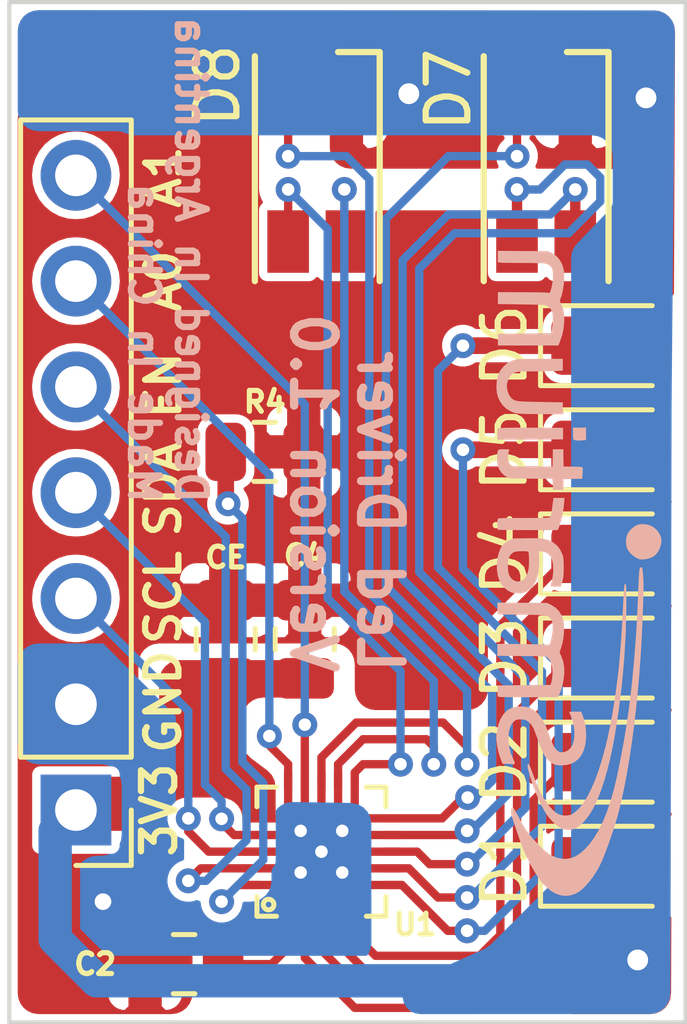
<source format=kicad_pcb>
(kicad_pcb (version 20171130) (host pcbnew "(5.1.4)-1")

  (general
    (thickness 1.6)
    (drawings 16)
    (tracks 198)
    (zones 0)
    (modules 16)
    (nets 22)
  )

  (page A4)
  (layers
    (0 F.Cu signal)
    (31 B.Cu signal hide)
    (32 B.Adhes user)
    (33 F.Adhes user)
    (34 B.Paste user)
    (35 F.Paste user)
    (36 B.SilkS user)
    (37 F.SilkS user)
    (38 B.Mask user)
    (39 F.Mask user)
    (40 Dwgs.User user)
    (41 Cmts.User user)
    (42 Eco1.User user)
    (43 Eco2.User user)
    (44 Edge.Cuts user)
    (45 Margin user)
    (46 B.CrtYd user)
    (47 F.CrtYd user)
    (48 B.Fab user hide)
    (49 F.Fab user hide)
  )

  (setup
    (last_trace_width 0.25)
    (user_trace_width 0.2)
    (user_trace_width 0.4)
    (user_trace_width 0.8)
    (trace_clearance 0.2)
    (zone_clearance 0.1)
    (zone_45_only no)
    (trace_min 0.2)
    (via_size 0.8)
    (via_drill 0.4)
    (via_min_size 0.4)
    (via_min_drill 0.3)
    (user_via 0.6 0.3)
    (uvia_size 0.3)
    (uvia_drill 0.1)
    (uvias_allowed no)
    (uvia_min_size 0.2)
    (uvia_min_drill 0.1)
    (edge_width 0.1)
    (segment_width 0.2)
    (pcb_text_width 0.3)
    (pcb_text_size 1.5 1.5)
    (mod_edge_width 0.15)
    (mod_text_size 1 1)
    (mod_text_width 0.15)
    (pad_size 1.8 1.8)
    (pad_drill 0)
    (pad_to_mask_clearance 0)
    (aux_axis_origin 0 0)
    (grid_origin 140.1 100)
    (visible_elements 7FFFFFFF)
    (pcbplotparams
      (layerselection 0x010fc_ffffffff)
      (usegerberextensions false)
      (usegerberattributes false)
      (usegerberadvancedattributes false)
      (creategerberjobfile false)
      (excludeedgelayer true)
      (linewidth 0.100000)
      (plotframeref false)
      (viasonmask false)
      (mode 1)
      (useauxorigin false)
      (hpglpennumber 1)
      (hpglpenspeed 20)
      (hpglpendiameter 15.000000)
      (psnegative false)
      (psa4output false)
      (plotreference true)
      (plotvalue true)
      (plotinvisibletext false)
      (padsonsilk false)
      (subtractmaskfromsilk false)
      (outputformat 1)
      (mirror false)
      (drillshape 1)
      (scaleselection 1)
      (outputdirectory ""))
  )

  (net 0 "")
  (net 1 "Net-(C2-Pad1)")
  (net 2 GND)
  (net 3 VCC)
  (net 4 /LB0)
  (net 5 /LB1)
  (net 6 /LB2)
  (net 7 /LB5)
  (net 8 /LB4)
  (net 9 /LB3)
  (net 10 /LB6)
  (net 11 /LB7)
  (net 12 /LB8)
  (net 13 /LB11)
  (net 14 /LB10)
  (net 15 /LB9)
  (net 16 /SCL)
  (net 17 /SDA)
  (net 18 /IN_EN)
  (net 19 /ADDR0)
  (net 20 /ADDR1)
  (net 21 "Net-(R4-Pad1)")

  (net_class Default "Esta es la clase de red por defecto."
    (clearance 0.2)
    (trace_width 0.25)
    (via_dia 0.8)
    (via_drill 0.4)
    (uvia_dia 0.3)
    (uvia_drill 0.1)
    (add_net /ADDR0)
    (add_net /ADDR1)
    (add_net /IN_EN)
    (add_net /LB0)
    (add_net /LB1)
    (add_net /LB10)
    (add_net /LB11)
    (add_net /LB2)
    (add_net /LB3)
    (add_net /LB4)
    (add_net /LB5)
    (add_net /LB6)
    (add_net /LB7)
    (add_net /LB8)
    (add_net /LB9)
    (add_net /SCL)
    (add_net /SDA)
    (add_net GND)
    (add_net "Net-(C2-Pad1)")
    (add_net "Net-(R4-Pad1)")
    (add_net VCC)
  )

  (module Fiducial:Fiducial_0.5mm_Mask1mm (layer F.Cu) (tedit 5C18CB26) (tstamp 5DA2FF47)
    (at 141.7 76.8)
    (descr "Circular Fiducial, 0.5mm bare copper, 1mm soldermask opening (Level C)")
    (tags fiducial)
    (attr smd)
    (fp_text reference FD1 (at 0 -1.5) (layer F.Fab)
      (effects (font (size 1 1) (thickness 0.15)))
    )
    (fp_text value Fiducial_0.5mm_Mask1mm (at 0 1.5) (layer F.Fab)
      (effects (font (size 1 1) (thickness 0.15)))
    )
    (fp_circle (center 0 0) (end 0.75 0) (layer F.CrtYd) (width 0.05))
    (fp_circle (center 0 0) (end 0.5 0) (layer F.Fab) (width 0.1))
    (pad "" smd circle (at 0 0) (size 0.5 0.5) (layers F.Cu F.Mask)
      (solder_mask_margin 0.25) (clearance 0.25))
  )

  (module "Footprint LP5012:LP5012" (layer F.Cu) (tedit 5DA2637B) (tstamp 5D9B116D)
    (at 147.6 95.9)
    (descr "Pullback Quad Flat No-Lead (PQFN with Tab), 0.40 mm pitch; square, 5 pin X 5 pin, 3.00 mm L X 3.00 mm W X 0.80 mm H body")
    (path /5D99BF30)
    (attr smd)
    (fp_text reference U1 (at 2.25 1.75 180) (layer F.SilkS)
      (effects (font (size 0.5 0.5) (thickness 0.12)))
    )
    (fp_text value LP5012 (at 0 0) (layer F.Fab)
      (effects (font (size 1.2 1.2) (thickness 0.12)))
    )
    (fp_circle (center -1.27 1.27) (end -1.27 1.143) (layer F.SilkS) (width 0.12))
    (fp_line (start -1.55 -1.55) (end -1.55 -1.08) (layer F.SilkS) (width 0.12))
    (fp_line (start -1.08 -1.55) (end -1.55 -1.55) (layer F.SilkS) (width 0.12))
    (fp_line (start 1.55 -1.55) (end 1.55 -1.08) (layer F.SilkS) (width 0.12))
    (fp_line (start 1.08 -1.55) (end 1.55 -1.55) (layer F.SilkS) (width 0.12))
    (fp_line (start 1.55 1.55) (end 1.55 1.08) (layer F.SilkS) (width 0.12))
    (fp_line (start 1.08 1.55) (end 1.55 1.55) (layer F.SilkS) (width 0.12))
    (fp_line (start -1.55 1.55) (end -1.55 1.08) (layer F.SilkS) (width 0.12))
    (fp_line (start -1.08 1.55) (end -1.55 1.55) (layer F.SilkS) (width 0.12))
    (fp_line (start 1.55 1.55) (end -1.55 1.55) (layer F.Fab) (width 0.12))
    (fp_line (start 1.55 -1.55) (end 1.55 1.55) (layer F.Fab) (width 0.12))
    (fp_line (start -1.55 -1.55) (end 1.55 -1.55) (layer F.Fab) (width 0.12))
    (fp_line (start -1.55 1.55) (end -1.55 -1.55) (layer F.Fab) (width 0.12))
    (fp_text user %R (at 0 0) (layer F.Fab)
      (effects (font (size 2 2) (thickness 0.2)))
    )
    (pad 26 thru_hole circle (at 0.5 0.5) (size 0.45 0.45) (drill 0.3) (layers *.Cu *.Mask)
      (net 2 GND))
    (pad 25 thru_hole circle (at -0.5 0.5) (size 0.45 0.45) (drill 0.3) (layers *.Cu *.Mask)
      (net 2 GND))
    (pad 24 thru_hole circle (at 0 0) (size 0.45 0.45) (drill 0.3) (layers *.Cu *.Mask)
      (net 2 GND))
    (pad 23 thru_hole circle (at 0.5 -0.5) (size 0.45 0.45) (drill 0.3) (layers *.Cu *.Mask)
      (net 2 GND))
    (pad 22 thru_hole circle (at -0.5 -0.5) (size 0.45 0.45) (drill 0.3) (layers *.Cu *.Mask)
      (net 2 GND))
    (pad 21 smd rect (at 0 0) (size 1.8 1.8) (layers F.Cu F.Mask)
      (net 2 GND))
    (pad 20 smd rect (at -1.5 0.8) (size 0.8 0.2) (layers F.Cu F.Paste F.Mask)
      (net 21 "Net-(R4-Pad1)"))
    (pad 19 smd rect (at -1.5 0.4) (size 0.8 0.2) (layers F.Cu F.Paste F.Mask)
      (net 18 /IN_EN))
    (pad 18 smd rect (at -1.5 0) (size 0.8 0.2) (layers F.Cu F.Paste F.Mask)
      (net 16 /SCL))
    (pad 17 smd rect (at -1.5 -0.4) (size 0.8 0.2) (layers F.Cu F.Paste F.Mask)
      (net 17 /SDA))
    (pad 16 smd rect (at -1.5 -0.8) (size 0.8 0.2) (layers F.Cu F.Paste F.Mask)
      (net 3 VCC))
    (pad 15 smd rect (at -0.8 -1.5 90) (size 0.8 0.2) (layers F.Cu F.Paste F.Mask)
      (net 20 /ADDR1))
    (pad 14 smd rect (at -0.4 -1.5 90) (size 0.8 0.2) (layers F.Cu F.Paste F.Mask)
      (net 19 /ADDR0))
    (pad 13 smd rect (at 0 -1.5 90) (size 0.8 0.2) (layers F.Cu F.Paste F.Mask)
      (net 13 /LB11))
    (pad 12 smd rect (at 0.4 -1.5 90) (size 0.8 0.2) (layers F.Cu F.Paste F.Mask)
      (net 14 /LB10))
    (pad 11 smd rect (at 0.8 -1.5 90) (size 0.8 0.2) (layers F.Cu F.Paste F.Mask)
      (net 15 /LB9))
    (pad 10 smd rect (at 1.5 -0.8) (size 0.8 0.2) (layers F.Cu F.Paste F.Mask)
      (net 12 /LB8))
    (pad 9 smd rect (at 1.5 -0.4) (size 0.8 0.2) (layers F.Cu F.Paste F.Mask)
      (net 11 /LB7))
    (pad 8 smd rect (at 1.5 0) (size 0.8 0.2) (layers F.Cu F.Paste F.Mask)
      (net 10 /LB6))
    (pad 7 smd rect (at 1.5 0.4) (size 0.8 0.2) (layers F.Cu F.Paste F.Mask)
      (net 7 /LB5))
    (pad 6 smd rect (at 1.5 0.8) (size 0.8 0.2) (layers F.Cu F.Paste F.Mask)
      (net 8 /LB4))
    (pad 5 smd rect (at 0.8 1.5 90) (size 0.8 0.2) (layers F.Cu F.Paste F.Mask)
      (net 9 /LB3))
    (pad 4 smd rect (at 0.4 1.5 90) (size 0.8 0.2) (layers F.Cu F.Paste F.Mask)
      (net 6 /LB2))
    (pad 3 smd rect (at 0 1.5 90) (size 0.8 0.2) (layers F.Cu F.Paste F.Mask)
      (net 5 /LB1))
    (pad 2 smd rect (at -0.4 1.5 90) (size 0.8 0.2) (layers F.Cu F.Paste F.Mask)
      (net 4 /LB0))
    (pad 1 smd rect (at -0.8 1.5 90) (size 0.8 0.2) (layers F.Cu F.Paste F.Mask)
      (net 1 "Net-(C2-Pad1)"))
  )

  (module "Footprint Logo:Logo_Smartium" (layer B.Cu) (tedit 5DA25B76) (tstamp 5DA2B3F7)
    (at 153.7 89.1 90)
    (fp_text reference G*** (at 0 0 90) (layer F.Fab) hide
      (effects (font (size 1.524 1.524) (thickness 0.3)))
    )
    (fp_text value LOGO (at 0.75 0 90) (layer F.Fab) hide
      (effects (font (size 1.524 1.524) (thickness 0.3)))
    )
    (fp_poly (pts (xy 0.724583 2.060441) (xy 0.811848 2.030617) (xy 0.895805 1.975755) (xy 0.925038 1.950149)
      (xy 0.992055 1.872184) (xy 1.03602 1.784541) (xy 1.057655 1.68552) (xy 1.060325 1.63195)
      (xy 1.058813 1.573681) (xy 1.052667 1.530021) (xy 1.03973 1.490304) (xy 1.025265 1.458703)
      (xy 0.978352 1.385655) (xy 0.915622 1.319928) (xy 0.844777 1.269056) (xy 0.817155 1.25511)
      (xy 0.748821 1.234493) (xy 0.667982 1.224754) (xy 0.585319 1.226401) (xy 0.511514 1.239942)
      (xy 0.509698 1.240491) (xy 0.439602 1.273281) (xy 0.37118 1.325323) (xy 0.309683 1.39072)
      (xy 0.260364 1.46358) (xy 0.228477 1.538005) (xy 0.222505 1.562802) (xy 0.219775 1.616331)
      (xy 0.226763 1.683297) (xy 0.241718 1.754474) (xy 0.26289 1.820635) (xy 0.277673 1.853741)
      (xy 0.327461 1.923081) (xy 0.399269 1.982007) (xy 0.491433 2.029289) (xy 0.536975 2.045755)
      (xy 0.633222 2.065422) (xy 0.724583 2.060441)) (layer B.SilkS) (width 0.01))
    (fp_poly (pts (xy 3.3782 -0.0508) (xy 3.248025 -0.050605) (xy 3.191994 -0.049653) (xy 3.144949 -0.047241)
      (xy 3.113029 -0.043775) (xy 3.10314 -0.041051) (xy 3.088255 -0.018197) (xy 3.078941 0.025189)
      (xy 3.075717 0.084748) (xy 3.079099 0.156121) (xy 3.079367 0.15903) (xy 3.088267 0.254)
      (xy 3.3782 0.254) (xy 3.3782 -0.0508)) (layer B.SilkS) (width 0.01))
    (fp_poly (pts (xy -0.693389 1.223316) (xy -0.602574 1.222485) (xy -0.524813 1.221209) (xy -0.463224 1.219539)
      (xy -0.420927 1.217526) (xy -0.401389 1.215322) (xy -0.375665 1.205369) (xy -0.373733 1.19634)
      (xy -0.395903 1.188171) (xy -0.442482 1.180798) (xy -0.513781 1.174155) (xy -0.610108 1.168177)
      (xy -0.630397 1.167154) (xy -0.834095 1.157098) (xy -1.015477 1.147929) (xy -1.177601 1.139444)
      (xy -1.323527 1.131443) (xy -1.456314 1.123724) (xy -1.579022 1.116086) (xy -1.694711 1.108327)
      (xy -1.80644 1.100245) (xy -1.917268 1.09164) (xy -2.030256 1.082311) (xy -2.148462 1.072054)
      (xy -2.274946 1.06067) (xy -2.34315 1.054409) (xy -2.426555 1.045914) (xy -2.530122 1.034079)
      (xy -2.648927 1.01954) (xy -2.778045 1.002929) (xy -2.912553 0.98488) (xy -3.047525 0.966029)
      (xy -3.178036 0.947008) (xy -3.18135 0.946513) (xy -3.500682 0.894876) (xy -3.806148 0.837577)
      (xy -4.096492 0.774996) (xy -4.370456 0.707511) (xy -4.626783 0.635504) (xy -4.864215 0.559354)
      (xy -5.081494 0.47944) (xy -5.277365 0.396142) (xy -5.450568 0.30984) (xy -5.599847 0.220914)
      (xy -5.61302 0.212154) (xy -5.685567 0.158731) (xy -5.755507 0.098713) (xy -5.818253 0.036703)
      (xy -5.869218 -0.022693) (xy -5.903817 -0.074871) (xy -5.908651 -0.084649) (xy -5.931803 -0.161947)
      (xy -5.93783 -0.24894) (xy -5.926888 -0.336709) (xy -5.903002 -0.408254) (xy -5.861311 -0.475836)
      (xy -5.797899 -0.547619) (xy -5.715672 -0.621594) (xy -5.61754 -0.695755) (xy -5.506408 -0.768095)
      (xy -5.385186 -0.836604) (xy -5.25678 -0.899276) (xy -5.1241 -0.954103) (xy -5.09905 -0.963322)
      (xy -4.990014 -1.002765) (xy -4.902584 -1.03472) (xy -4.834422 -1.060168) (xy -4.783186 -1.080089)
      (xy -4.746537 -1.095461) (xy -4.722135 -1.107263) (xy -4.707638 -1.116476) (xy -4.700708 -1.124079)
      (xy -4.699 -1.130746) (xy -4.710519 -1.141351) (xy -4.744308 -1.142343) (xy -4.799214 -1.133933)
      (xy -4.874084 -1.116334) (xy -4.967767 -1.08976) (xy -5.03555 -1.068626) (xy -5.266224 -0.989488)
      (xy -5.474772 -0.907311) (xy -5.660285 -0.822498) (xy -5.821849 -0.735451) (xy -5.89831 -0.68799)
      (xy -5.973738 -0.632541) (xy -6.049149 -0.566357) (xy -6.119027 -0.495084) (xy -6.177855 -0.424369)
      (xy -6.220117 -0.359857) (xy -6.221542 -0.357189) (xy -6.26003 -0.263039) (xy -6.274783 -0.170716)
      (xy -6.265558 -0.079697) (xy -6.232114 0.010542) (xy -6.174209 0.100528) (xy -6.091601 0.190783)
      (xy -5.98405 0.281833) (xy -5.89915 0.342706) (xy -5.773164 0.419104) (xy -5.623457 0.494183)
      (xy -5.451695 0.567412) (xy -5.259546 0.638257) (xy -5.048675 0.706188) (xy -4.820749 0.770671)
      (xy -4.577435 0.831175) (xy -4.3204 0.887169) (xy -4.05131 0.938119) (xy -4.0132 0.944746)
      (xy -3.401961 1.039844) (xy -2.787722 1.115597) (xy -2.174717 1.171627) (xy -1.567184 1.207553)
      (xy -0.969356 1.222997) (xy -0.9017 1.223441) (xy -0.794137 1.223652) (xy -0.693389 1.223316)) (layer B.SilkS) (width 0.01))
    (fp_poly (pts (xy -0.389035 1.634616) (xy -0.324237 1.633547) (xy -0.266463 1.631507) (xy -0.213418 1.628532)
      (xy -0.196476 1.627344) (xy -0.115669 1.62101) (xy -0.056876 1.615182) (xy -0.016741 1.609135)
      (xy 0.008091 1.602146) (xy 0.020978 1.593491) (xy 0.025274 1.582446) (xy 0.0254 1.579477)
      (xy 0.022061 1.568083) (xy 0.010445 1.558639) (xy -0.011846 1.550823) (xy -0.047211 1.544311)
      (xy -0.098047 1.53878) (xy -0.166753 1.533907) (xy -0.255729 1.529368) (xy -0.367371 1.52484)
      (xy -0.384753 1.524196) (xy -0.644645 1.514201) (xy -0.883729 1.504012) (xy -1.106597 1.493359)
      (xy -1.31784 1.481972) (xy -1.52205 1.469581) (xy -1.723819 1.455918) (xy -1.927739 1.440712)
      (xy -2.138401 1.423693) (xy -2.2352 1.415493) (xy -2.635964 1.378384) (xy -3.016961 1.337295)
      (xy -3.383625 1.291416) (xy -3.74139 1.239937) (xy -4.09569 1.182047) (xy -4.45196 1.116936)
      (xy -4.815635 1.043794) (xy -5.0165 1.000784) (xy -5.319216 0.928336) (xy -5.597717 0.848485)
      (xy -5.8521 0.761187) (xy -6.082462 0.666398) (xy -6.288899 0.564075) (xy -6.471507 0.454176)
      (xy -6.630381 0.336656) (xy -6.761889 0.215357) (xy -6.852987 0.107654) (xy -6.919051 -0.00087)
      (xy -6.960449 -0.111168) (xy -6.977547 -0.224193) (xy -6.972121 -0.331462) (xy -6.952407 -0.42794)
      (xy -6.920352 -0.518745) (xy -6.873828 -0.607431) (xy -6.810705 -0.697552) (xy -6.728855 -0.792665)
      (xy -6.644427 -0.87867) (xy -6.505837 -1.007673) (xy -6.375696 -1.11624) (xy -6.251047 -1.20663)
      (xy -6.12893 -1.2811) (xy -6.08965 -1.302069) (xy -6.001081 -1.348343) (xy -5.921714 -1.390976)
      (xy -5.85435 -1.428386) (xy -5.801788 -1.458992) (xy -5.766826 -1.481212) (xy -5.753113 -1.492234)
      (xy -5.744344 -1.513681) (xy -5.746407 -1.523443) (xy -5.762265 -1.529741) (xy -5.795238 -1.533707)
      (xy -5.837128 -1.535122) (xy -5.879739 -1.533769) (xy -5.914872 -1.52943) (xy -5.920708 -1.528074)
      (xy -5.956217 -1.517692) (xy -6.011336 -1.500311) (xy -6.081726 -1.477402) (xy -6.16305 -1.450435)
      (xy -6.250971 -1.420883) (xy -6.341153 -1.390217) (xy -6.429257 -1.359907) (xy -6.510946 -1.331426)
      (xy -6.581884 -1.306244) (xy -6.637733 -1.285832) (xy -6.66115 -1.276898) (xy -6.793725 -1.221854)
      (xy -6.929053 -1.159912) (xy -7.063062 -1.093307) (xy -7.19168 -1.024278) (xy -7.310834 -0.955061)
      (xy -7.416452 -0.887893) (xy -7.504461 -0.825013) (xy -7.547478 -0.789963) (xy -7.659323 -0.680866)
      (xy -7.746282 -0.569873) (xy -7.80827 -0.457257) (xy -7.845206 -0.34329) (xy -7.857006 -0.228246)
      (xy -7.843587 -0.112397) (xy -7.804868 0.003985) (xy -7.794998 0.0254) (xy -7.750237 0.098784)
      (xy -7.684786 0.178301) (xy -7.601765 0.261244) (xy -7.504295 0.344905) (xy -7.395497 0.426576)
      (xy -7.278492 0.50355) (xy -7.175305 0.563053) (xy -7.095683 0.602659) (xy -6.995124 0.647326)
      (xy -6.87728 0.695757) (xy -6.745804 0.746652) (xy -6.604349 0.798714) (xy -6.456566 0.850643)
      (xy -6.306111 0.90114) (xy -6.156634 0.948907) (xy -6.011789 0.992646) (xy -5.87523 1.031058)
      (xy -5.812719 1.047472) (xy -5.529046 1.115414) (xy -5.222234 1.180357) (xy -4.894398 1.242041)
      (xy -4.54765 1.300204) (xy -4.184106 1.354586) (xy -3.805877 1.404927) (xy -3.415078 1.450967)
      (xy -3.013823 1.492443) (xy -2.604225 1.529097) (xy -2.188397 1.560667) (xy -1.768454 1.586893)
      (xy -1.346509 1.607515) (xy -1.2319 1.612112) (xy -1.053729 1.618776) (xy -0.898633 1.624234)
      (xy -0.764321 1.62852) (xy -0.648498 1.631668) (xy -0.548872 1.63371) (xy -0.463148 1.634682)
      (xy -0.389035 1.634616)) (layer B.SilkS) (width 0.01))
    (fp_poly (pts (xy 6.134986 -0.276612) (xy 6.225762 -0.295089) (xy 6.310626 -0.325238) (xy 6.337391 -0.337447)
      (xy 6.383146 -0.358869) (xy 6.413341 -0.370338) (xy 6.435215 -0.373096) (xy 6.456006 -0.368384)
      (xy 6.474567 -0.36098) (xy 6.566495 -0.32924) (xy 6.674063 -0.303421) (xy 6.790435 -0.28427)
      (xy 6.908773 -0.272533) (xy 7.022241 -0.268955) (xy 7.124002 -0.274283) (xy 7.183987 -0.283577)
      (xy 7.301875 -0.32004) (xy 7.404249 -0.375302) (xy 7.489679 -0.448288) (xy 7.556735 -0.537922)
      (xy 7.579412 -0.580991) (xy 7.61365 -0.65405) (xy 7.617803 -1.254125) (xy 7.621957 -1.8542)
      (xy 7.356623 -1.8542) (xy 7.348751 -1.806575) (xy 7.346971 -1.783319) (xy 7.345325 -1.737791)
      (xy 7.343859 -1.673117) (xy 7.342621 -1.592424) (xy 7.341658 -1.49884) (xy 7.341016 -1.395491)
      (xy 7.340744 -1.285505) (xy 7.340739 -1.274908) (xy 7.340365 -1.15841) (xy 7.339358 -1.049282)
      (xy 7.337791 -0.950582) (xy 7.335736 -0.865369) (xy 7.333265 -0.796701) (xy 7.330452 -0.747638)
      (xy 7.327702 -0.722859) (xy 7.303352 -0.655261) (xy 7.260415 -0.596378) (xy 7.208178 -0.556108)
      (xy 7.169933 -0.543439) (xy 7.113105 -0.534858) (xy 7.044251 -0.530838) (xy 6.969929 -0.531855)
      (xy 6.921975 -0.535422) (xy 6.863622 -0.543194) (xy 6.800993 -0.554594) (xy 6.739623 -0.568241)
      (xy 6.685052 -0.58275) (xy 6.642816 -0.596741) (xy 6.618452 -0.608829) (xy 6.615394 -0.611975)
      (xy 6.612877 -0.631089) (xy 6.615809 -0.664314) (xy 6.618016 -0.677174) (xy 6.620185 -0.700844)
      (xy 6.622223 -0.747026) (xy 6.62408 -0.812832) (xy 6.625704 -0.895375) (xy 6.627045 -0.991766)
      (xy 6.628052 -1.099118) (xy 6.628673 -1.214542) (xy 6.628846 -1.292225) (xy 6.6294 -1.8542)
      (xy 6.35397 -1.8542) (xy 6.345254 -1.292225) (xy 6.343142 -1.158021) (xy 6.341249 -1.046781)
      (xy 6.339429 -0.95607) (xy 6.337534 -0.883453) (xy 6.335414 -0.826496) (xy 6.332922 -0.782764)
      (xy 6.32991 -0.749824) (xy 6.32623 -0.72524) (xy 6.321733 -0.70658) (xy 6.316272 -0.691407)
      (xy 6.309699 -0.677289) (xy 6.307591 -0.6731) (xy 6.262386 -0.610934) (xy 6.198794 -0.566069)
      (xy 6.141706 -0.544698) (xy 6.102526 -0.538832) (xy 6.044872 -0.536021) (xy 5.975453 -0.536021)
      (xy 5.900981 -0.538582) (xy 5.828166 -0.543459) (xy 5.763717 -0.550405) (xy 5.714345 -0.559172)
      (xy 5.70865 -0.56063) (xy 5.64515 -0.57785) (xy 5.638043 -1.21285) (xy 5.636604 -1.33728)
      (xy 5.635168 -1.453767) (xy 5.633771 -1.559889) (xy 5.632448 -1.653228) (xy 5.631236 -1.731361)
      (xy 5.630171 -1.791868) (xy 5.629289 -1.83233) (xy 5.628627 -1.850325) (xy 5.628518 -1.851025)
      (xy 5.615652 -1.85233) (xy 5.582761 -1.853376) (xy 5.53522 -1.854034) (xy 5.49275 -1.8542)
      (xy 5.3594 -1.8542) (xy 5.3594 -0.409255) (xy 5.457825 -0.369809) (xy 5.605225 -0.319174)
      (xy 5.751835 -0.287072) (xy 5.908637 -0.271113) (xy 5.91185 -0.270947) (xy 6.032336 -0.268875)
      (xy 6.134986 -0.276612)) (layer B.SilkS) (width 0.01))
    (fp_poly (pts (xy 3.375745 -0.9398) (xy 3.376355 -1.070737) (xy 3.3766 -1.198533) (xy 3.376498 -1.320029)
      (xy 3.376066 -1.432069) (xy 3.375323 -1.531496) (xy 3.374286 -1.615152) (xy 3.372973 -1.679882)
      (xy 3.371402 -1.722528) (xy 3.371317 -1.724025) (xy 3.362994 -1.8669) (xy 3.098606 -1.8669)
      (xy 3.10515 -0.29845) (xy 3.37185 -0.29845) (xy 3.375745 -0.9398)) (layer B.SilkS) (width 0.01))
    (fp_poly (pts (xy 1.6891 -0.519549) (xy 1.647825 -0.525545) (xy 1.619007 -0.529529) (xy 1.571735 -0.535847)
      (xy 1.51275 -0.543605) (xy 1.453498 -0.551301) (xy 1.389947 -0.560201) (xy 1.332189 -0.569547)
      (xy 1.286855 -0.578188) (xy 1.261635 -0.584591) (xy 1.24186 -0.592773) (xy 1.229653 -0.60434)
      (xy 1.222422 -0.625367) (xy 1.217574 -0.661928) (xy 1.214661 -0.694676) (xy 1.212882 -0.728491)
      (xy 1.211237 -0.784395) (xy 1.209769 -0.859079) (xy 1.20852 -0.949233) (xy 1.207534 -1.051548)
      (xy 1.206855 -1.162713) (xy 1.206525 -1.279418) (xy 1.2065 -1.321357) (xy 1.206417 -1.4524)
      (xy 1.206115 -1.56029) (xy 1.205508 -1.647272) (xy 1.204514 -1.715594) (xy 1.203047 -1.767501)
      (xy 1.201024 -1.80524) (xy 1.198362 -1.831056) (xy 1.194976 -1.847197) (xy 1.190782 -1.855908)
      (xy 1.186411 -1.859191) (xy 1.164114 -1.863038) (xy 1.125571 -1.865513) (xy 1.077816 -1.866638)
      (xy 1.027877 -1.866433) (xy 0.982787 -1.86492) (xy 0.949577 -1.86212) (xy 0.935566 -1.858433)
      (xy 0.933999 -1.844512) (xy 0.932526 -1.807493) (xy 0.931174 -1.74968) (xy 0.92997 -1.673376)
      (xy 0.928941 -1.580883) (xy 0.928114 -1.474503) (xy 0.927515 -1.35654) (xy 0.927173 -1.229297)
      (xy 0.9271 -1.135445) (xy 0.9271 -0.420924) (xy 0.993775 -0.396075) (xy 1.131922 -0.351478)
      (xy 1.284103 -0.314282) (xy 1.439462 -0.286812) (xy 1.571625 -0.272422) (xy 1.6891 -0.264003)
      (xy 1.6891 -0.519549)) (layer B.SilkS) (width 0.01))
    (fp_poly (pts (xy -2.368753 -0.27167) (xy -2.232434 -0.29527) (xy -2.109681 -0.339173) (xy -2.100515 -0.34355)
      (xy -2.019468 -0.383034) (xy -1.943285 -0.356669) (xy -1.791854 -0.311893) (xy -1.644934 -0.285224)
      (xy -1.491411 -0.274744) (xy -1.46685 -0.274448) (xy -1.384165 -0.275177) (xy -1.320473 -0.278768)
      (xy -1.269475 -0.285802) (xy -1.22555 -0.29665) (xy -1.112134 -0.341756) (xy -1.017638 -0.403174)
      (xy -0.940455 -0.482257) (xy -0.878978 -0.580359) (xy -0.8723 -0.594063) (xy -0.83185 -0.67945)
      (xy -0.828313 -1.273608) (xy -0.824775 -1.867766) (xy -0.961663 -1.864158) (xy -1.09855 -1.86055)
      (xy -1.105346 -1.2954) (xy -1.107065 -1.155052) (xy -1.108744 -1.037713) (xy -1.110672 -0.940993)
      (xy -1.11314 -0.8625) (xy -1.116435 -0.799847) (xy -1.120847 -0.750643) (xy -1.126665 -0.712498)
      (xy -1.134179 -0.683023) (xy -1.143677 -0.659827) (xy -1.15545 -0.640522) (xy -1.169786 -0.622717)
      (xy -1.186974 -0.604022) (xy -1.189327 -0.601515) (xy -1.235365 -0.569385) (xy -1.301136 -0.547769)
      (xy -1.383157 -0.536874) (xy -1.477946 -0.536908) (xy -1.582019 -0.548078) (xy -1.691895 -0.570594)
      (xy -1.694839 -0.571343) (xy -1.758855 -0.588633) (xy -1.80149 -0.60315) (xy -1.826272 -0.617085)
      (xy -1.836728 -0.632632) (xy -1.836388 -0.651983) (xy -1.834847 -0.658349) (xy -1.832846 -0.677703)
      (xy -1.830746 -0.719761) (xy -1.828612 -0.781827) (xy -1.82651 -0.861207) (xy -1.824503 -0.955204)
      (xy -1.822658 -1.061123) (xy -1.821038 -1.176269) (xy -1.819886 -1.279525) (xy -1.81411 -1.8669)
      (xy -2.092467 -1.8669) (xy -2.097506 -1.298449) (xy -2.098749 -1.16313) (xy -2.099942 -1.050816)
      (xy -2.101206 -0.959112) (xy -2.10266 -0.885623) (xy -2.104428 -0.827955) (xy -2.106628 -0.783714)
      (xy -2.109382 -0.750504) (xy -2.112811 -0.725932) (xy -2.117036 -0.707602) (xy -2.122177 -0.69312)
      (xy -2.128356 -0.680091) (xy -2.128751 -0.679324) (xy -2.167377 -0.631026) (xy -2.226608 -0.591887)
      (xy -2.303004 -0.562888) (xy -2.393121 -0.545013) (xy -2.493517 -0.539242) (xy -2.596085 -0.545967)
      (xy -2.65297 -0.554172) (xy -2.706185 -0.563799) (xy -2.746123 -0.573064) (xy -2.75287 -0.575102)
      (xy -2.80035 -0.590653) (xy -2.8067 -1.225601) (xy -2.81305 -1.86055) (xy -2.92735 -1.862472)
      (xy -2.981079 -1.86269) (xy -3.026841 -1.861625) (xy -3.05741 -1.859497) (xy -3.063875 -1.858366)
      (xy -3.06863 -1.855843) (xy -3.072656 -1.849757) (xy -3.076014 -1.838153) (xy -3.078764 -1.819073)
      (xy -3.080966 -1.790562) (xy -3.08268 -1.750663) (xy -3.083968 -1.69742) (xy -3.084888 -1.628877)
      (xy -3.085501 -1.543077) (xy -3.085867 -1.438064) (xy -3.086047 -1.311882) (xy -3.0861 -1.162574)
      (xy -3.0861 -0.419616) (xy -3.037692 -0.39492) (xy -2.977048 -0.368619) (xy -2.899163 -0.341681)
      (xy -2.812015 -0.316497) (xy -2.723583 -0.295461) (xy -2.674862 -0.286106) (xy -2.516831 -0.268555)
      (xy -2.368753 -0.27167)) (layer B.SilkS) (width 0.01))
    (fp_poly (pts (xy 2.418825 0.172137) (xy 2.426479 0.169401) (xy 2.430349 0.153566) (xy 2.434057 0.11668)
      (xy 2.437326 0.06309) (xy 2.439881 -0.002856) (xy 2.441262 -0.063822) (xy 2.44475 -0.28575)
      (xy 2.651125 -0.289239) (xy 2.8575 -0.292729) (xy 2.8575 -0.53277) (xy 2.44475 -0.53975)
      (xy 2.44151 -1.00965) (xy 2.440752 -1.132587) (xy 2.440404 -1.232758) (xy 2.440565 -1.312794)
      (xy 2.441332 -1.375325) (xy 2.442804 -1.422983) (xy 2.445076 -1.458399) (xy 2.448248 -1.484205)
      (xy 2.452416 -1.503031) (xy 2.457678 -1.517509) (xy 2.46056 -1.523567) (xy 2.497574 -1.569843)
      (xy 2.552316 -1.602399) (xy 2.620671 -1.620482) (xy 2.698524 -1.623333) (xy 2.781759 -1.610196)
      (xy 2.836814 -1.59272) (xy 2.846211 -1.591758) (xy 2.85227 -1.600297) (xy 2.855699 -1.622462)
      (xy 2.857204 -1.662381) (xy 2.8575 -1.713455) (xy 2.857287 -1.771628) (xy 2.855817 -1.809507)
      (xy 2.851837 -1.832198) (xy 2.844097 -1.844808) (xy 2.831348 -1.852444) (xy 2.822575 -1.856042)
      (xy 2.785 -1.865086) (xy 2.729852 -1.871222) (xy 2.664805 -1.874306) (xy 2.597535 -1.874193)
      (xy 2.535717 -1.870739) (xy 2.487027 -1.8638) (xy 2.48137 -1.862459) (xy 2.383287 -1.825204)
      (xy 2.298811 -1.767964) (xy 2.2308 -1.693075) (xy 2.192091 -1.626245) (xy 2.185393 -1.610773)
      (xy 2.179885 -1.594357) (xy 2.175428 -1.574408) (xy 2.171881 -1.548336) (xy 2.169104 -1.51355)
      (xy 2.166957 -1.46746) (xy 2.1653 -1.407478) (xy 2.163993 -1.331011) (xy 2.162896 -1.235472)
      (xy 2.161868 -1.118268) (xy 2.161399 -1.05881) (xy 2.157449 -0.549171) (xy 2.110599 -0.541425)
      (xy 2.072632 -0.537297) (xy 2.021558 -0.534433) (xy 1.978025 -0.533539) (xy 1.8923 -0.5334)
      (xy 1.8923 -0.292988) (xy 2.15265 -0.28575) (xy 2.156112 -0.061674) (xy 2.159575 0.162402)
      (xy 2.287379 0.171549) (xy 2.343572 0.174427) (xy 2.389278 0.174593) (xy 2.418825 0.172137)) (layer B.SilkS) (width 0.01))
    (fp_poly (pts (xy 0.067369 -0.282181) (xy 0.149067 -0.284774) (xy 0.210584 -0.288099) (xy 0.257136 -0.292791)
      (xy 0.293942 -0.299485) (xy 0.326218 -0.308815) (xy 0.345937 -0.316083) (xy 0.456811 -0.371581)
      (xy 0.5485 -0.443722) (xy 0.620978 -0.53247) (xy 0.674215 -0.637787) (xy 0.708183 -0.759637)
      (xy 0.713816 -0.79375) (xy 0.71736 -0.833132) (xy 0.720019 -0.893123) (xy 0.721703 -0.968942)
      (xy 0.722323 -1.05581) (xy 0.721791 -1.148948) (xy 0.721189 -1.189531) (xy 0.715763 -1.496412)
      (xy 0.675921 -1.576881) (xy 0.630023 -1.658178) (xy 0.581239 -1.719505) (xy 0.524696 -1.766211)
      (xy 0.479922 -1.792051) (xy 0.370107 -1.835737) (xy 0.24581 -1.865145) (xy 0.113981 -1.879626)
      (xy -0.018431 -1.878534) (xy -0.144475 -1.86122) (xy -0.1778 -1.853346) (xy -0.235389 -1.83625)
      (xy -0.29355 -1.815659) (xy -0.338132 -1.796741) (xy -0.405508 -1.753041) (xy -0.470347 -1.691524)
      (xy -0.525856 -1.619412) (xy -0.556284 -1.564869) (xy -0.573 -1.525266) (xy -0.583209 -1.488646)
      (xy -0.588441 -1.446305) (xy -0.589894 -1.400205) (xy -0.316924 -1.400205) (xy -0.298525 -1.465465)
      (xy -0.259436 -1.523705) (xy -0.201157 -1.5715) (xy -0.137211 -1.601505) (xy -0.076646 -1.61564)
      (xy -0.000641 -1.623587) (xy 0.08158 -1.625231) (xy 0.160793 -1.620455) (xy 0.227776 -1.609144)
      (xy 0.238436 -1.606223) (xy 0.305262 -1.576248) (xy 0.359545 -1.531907) (xy 0.396026 -1.478019)
      (xy 0.404738 -1.453839) (xy 0.411695 -1.415604) (xy 0.416605 -1.364331) (xy 0.41942 -1.306185)
      (xy 0.420095 -1.247335) (xy 0.418582 -1.193947) (xy 0.414836 -1.152189) (xy 0.40881 -1.128228)
      (xy 0.407209 -1.125993) (xy 0.387775 -1.119013) (xy 0.348312 -1.113471) (xy 0.294157 -1.10948)
      (xy 0.230647 -1.107156) (xy 0.163119 -1.106616) (xy 0.09691 -1.107973) (xy 0.037356 -1.111343)
      (xy -0.010206 -1.116843) (xy -0.010897 -1.116958) (xy -0.100505 -1.138851) (xy -0.178837 -1.171398)
      (xy -0.241362 -1.212203) (xy -0.283552 -1.258869) (xy -0.285654 -1.262338) (xy -0.313133 -1.331354)
      (xy -0.316924 -1.400205) (xy -0.589894 -1.400205) (xy -0.590231 -1.389544) (xy -0.590321 -1.3716)
      (xy -0.586511 -1.286293) (xy -0.572753 -1.217599) (xy -0.546103 -1.157713) (xy -0.503619 -1.098833)
      (xy -0.475575 -1.067391) (xy -0.398215 -1.002491) (xy -0.300041 -0.950135) (xy -0.18252 -0.910672)
      (xy -0.047119 -0.884453) (xy 0.104693 -0.87183) (xy 0.271449 -0.873153) (xy 0.32385 -0.8763)
      (xy 0.41275 -0.88265) (xy 0.416769 -0.840843) (xy 0.411507 -0.773242) (xy 0.385819 -0.704688)
      (xy 0.343596 -0.641562) (xy 0.288731 -0.590242) (xy 0.249691 -0.566969) (xy 0.177007 -0.542514)
      (xy 0.086543 -0.527965) (xy -0.016058 -0.523409) (xy -0.125151 -0.528934) (xy -0.235092 -0.544627)
      (xy -0.297307 -0.558495) (xy -0.346278 -0.570517) (xy -0.386788 -0.579531) (xy -0.411721 -0.583982)
      (xy -0.414782 -0.5842) (xy -0.423298 -0.577841) (xy -0.428604 -0.556323) (xy -0.431244 -0.515978)
      (xy -0.4318 -0.469251) (xy -0.4318 -0.354303) (xy -0.389939 -0.336812) (xy -0.306315 -0.309785)
      (xy -0.205416 -0.291804) (xy -0.08504 -0.282606) (xy 0.057012 -0.281928) (xy 0.067369 -0.282181)) (layer B.SilkS) (width 0.01))
    (fp_poly (pts (xy 3.766459 -0.296605) (xy 3.813838 -0.301212) (xy 3.870833 -0.304185) (xy 3.905258 -0.3048)
      (xy 3.984271 -0.3048) (xy 3.993656 -0.834055) (xy 3.996255 -0.97365) (xy 3.998847 -1.090309)
      (xy 4.001707 -1.186495) (xy 4.005107 -1.26467) (xy 4.009323 -1.327297) (xy 4.014627 -1.376838)
      (xy 4.021294 -1.415756) (xy 4.029597 -1.446514) (xy 4.039811 -1.471574) (xy 4.052208 -1.493398)
      (xy 4.067064 -1.514449) (xy 4.069709 -1.517939) (xy 4.123849 -1.569777) (xy 4.195465 -1.610183)
      (xy 4.278372 -1.636959) (xy 4.366383 -1.647908) (xy 4.427376 -1.645021) (xy 4.499637 -1.628435)
      (xy 4.56981 -1.599013) (xy 4.630452 -1.560714) (xy 4.674122 -1.517493) (xy 4.678219 -1.511637)
      (xy 4.694911 -1.483909) (xy 4.70813 -1.454639) (xy 4.718274 -1.420551) (xy 4.725739 -1.37837)
      (xy 4.730924 -1.32482) (xy 4.734225 -1.256625) (xy 4.736041 -1.170511) (xy 4.736768 -1.063202)
      (xy 4.736831 -1.0287) (xy 4.737293 -0.925962) (xy 4.738389 -0.818379) (xy 4.740009 -0.712749)
      (xy 4.742038 -0.615867) (xy 4.744366 -0.534531) (xy 4.74548 -0.504825) (xy 4.753776 -0.3048)
      (xy 5.0292 -0.3048) (xy 5.0292 -0.823167) (xy 5.028837 -0.96246) (xy 5.027778 -1.087112)
      (xy 5.026069 -1.195187) (xy 5.023754 -1.284752) (xy 5.020879 -1.353871) (xy 5.017489 -1.400608)
      (xy 5.01539 -1.416237) (xy 4.982679 -1.525301) (xy 4.927837 -1.626224) (xy 4.853738 -1.715326)
      (xy 4.763255 -1.788922) (xy 4.693772 -1.828264) (xy 4.594113 -1.863962) (xy 4.478599 -1.88476)
      (xy 4.352324 -1.890124) (xy 4.220383 -1.879518) (xy 4.21423 -1.878633) (xy 4.110671 -1.851727)
      (xy 4.011257 -1.803972) (xy 3.921335 -1.739091) (xy 3.846254 -1.660805) (xy 3.800099 -1.590334)
      (xy 3.780762 -1.553435) (xy 3.764649 -1.520482) (xy 3.751442 -1.488777) (xy 3.740825 -1.455623)
      (xy 3.732484 -1.41832) (xy 3.726101 -1.374172) (xy 3.721361 -1.320482) (xy 3.717948 -1.25455)
      (xy 3.715545 -1.173679) (xy 3.713837 -1.075173) (xy 3.712508 -0.956331) (xy 3.711403 -0.83318)
      (xy 3.706674 -0.288411) (xy 3.766459 -0.296605)) (layer B.SilkS) (width 0.01))
    (fp_poly (pts (xy -3.873174 0.251818) (xy -3.754558 0.237105) (xy -3.642225 0.210601) (xy -3.540125 0.175757)
      (xy -3.4417 0.137854) (xy -3.4417 -0.000923) (xy -3.442108 -0.05686) (xy -3.443211 -0.102011)
      (xy -3.444833 -0.13123) (xy -3.44647 -0.1397) (xy -3.459695 -0.134976) (xy -3.489125 -0.122726)
      (xy -3.520056 -0.109266) (xy -3.648726 -0.06197) (xy -3.781603 -0.030836) (xy -3.913999 -0.016146)
      (xy -4.041222 -0.018182) (xy -4.158586 -0.037226) (xy -4.244055 -0.06568) (xy -4.309312 -0.105544)
      (xy -4.362053 -0.160914) (xy -4.398999 -0.226348) (xy -4.416874 -0.296401) (xy -4.415515 -0.350455)
      (xy -4.400217 -0.399735) (xy -4.369853 -0.444683) (xy -4.322447 -0.486692) (xy -4.256024 -0.527156)
      (xy -4.168609 -0.567465) (xy -4.058225 -0.609013) (xy -4.039545 -0.615445) (xy -3.872675 -0.677009)
      (xy -3.73008 -0.740183) (xy -3.610637 -0.806094) (xy -3.513224 -0.875867) (xy -3.43672 -0.950629)
      (xy -3.380003 -1.031506) (xy -3.341952 -1.119625) (xy -3.321445 -1.216111) (xy -3.317361 -1.322092)
      (xy -3.318148 -1.33985) (xy -3.331252 -1.449069) (xy -3.358556 -1.540598) (xy -3.401645 -1.618792)
      (xy -3.434639 -1.65991) (xy -3.519605 -1.735495) (xy -3.624181 -1.796769) (xy -3.74643 -1.842875)
      (xy -3.884418 -1.872957) (xy -3.92889 -1.878762) (xy -3.994069 -1.885646) (xy -4.04359 -1.889297)
      (xy -4.086943 -1.889694) (xy -4.133617 -1.886815) (xy -4.1931 -1.880637) (xy -4.215145 -1.878105)
      (xy -4.299076 -1.86478) (xy -4.392705 -1.844093) (xy -4.486371 -1.818581) (xy -4.570414 -1.790784)
      (xy -4.61383 -1.773347) (xy -4.6863 -1.741297) (xy -4.686411 -1.673923) (xy -4.687933 -1.619043)
      (xy -4.691623 -1.561419) (xy -4.693368 -1.54305) (xy -4.69641 -1.493606) (xy -4.690319 -1.465686)
      (xy -4.67195 -1.457366) (xy -4.638161 -1.466722) (xy -4.598814 -1.485186) (xy -4.442038 -1.552022)
      (xy -4.286187 -1.593881) (xy -4.151959 -1.609835) (xy -4.016256 -1.609469) (xy -3.898326 -1.594718)
      (xy -3.79906 -1.565894) (xy -3.71935 -1.523307) (xy -3.660087 -1.467269) (xy -3.636002 -1.42982)
      (xy -3.622111 -1.384202) (xy -3.61723 -1.324494) (xy -3.621134 -1.26027) (xy -3.633598 -1.201101)
      (xy -3.641911 -1.17874) (xy -3.681816 -1.116271) (xy -3.742053 -1.058349) (xy -3.817554 -1.009623)
      (xy -3.836509 -1.000223) (xy -3.872221 -0.984886) (xy -3.926074 -0.963553) (xy -3.992184 -0.938473)
      (xy -4.064666 -0.911894) (xy -4.10845 -0.896275) (xy -4.236136 -0.849636) (xy -4.341674 -0.807338)
      (xy -4.427677 -0.768054) (xy -4.496758 -0.730461) (xy -4.551529 -0.693233) (xy -4.594604 -0.655046)
      (xy -4.603991 -0.645039) (xy -4.660005 -0.575539) (xy -4.696587 -0.509624) (xy -4.716904 -0.439284)
      (xy -4.724124 -0.356511) (xy -4.724276 -0.340856) (xy -4.713956 -0.212941) (xy -4.683003 -0.099554)
      (xy -4.63189 -0.001088) (xy -4.561088 0.082067) (xy -4.471069 0.149516) (xy -4.362305 0.200867)
      (xy -4.235267 0.235728) (xy -4.090427 0.253706) (xy -4.00685 0.256255) (xy -3.873174 0.251818)) (layer B.SilkS) (width 0.01))
  )

  (module Capacitor_SMD:C_0805_2012Metric (layer F.Cu) (tedit 5B36C52B) (tstamp 5D9A64F2)
    (at 144.3 98.6 180)
    (descr "Capacitor SMD 0805 (2012 Metric), square (rectangular) end terminal, IPC_7351 nominal, (Body size source: https://docs.google.com/spreadsheets/d/1BsfQQcO9C6DZCsRaXUlFlo91Tg2WpOkGARC1WS5S8t0/edit?usp=sharing), generated with kicad-footprint-generator")
    (tags capacitor)
    (path /5D917747)
    (attr smd)
    (fp_text reference C2 (at 2.1375 0) (layer F.SilkS)
      (effects (font (size 0.5 0.5) (thickness 0.125)))
    )
    (fp_text value 1uF (at 0 1.65) (layer F.Fab)
      (effects (font (size 1 1) (thickness 0.15)))
    )
    (fp_text user %R (at 0 0) (layer F.Fab)
      (effects (font (size 0.5 0.5) (thickness 0.08)))
    )
    (fp_line (start 1.68 0.95) (end -1.68 0.95) (layer F.CrtYd) (width 0.05))
    (fp_line (start 1.68 -0.95) (end 1.68 0.95) (layer F.CrtYd) (width 0.05))
    (fp_line (start -1.68 -0.95) (end 1.68 -0.95) (layer F.CrtYd) (width 0.05))
    (fp_line (start -1.68 0.95) (end -1.68 -0.95) (layer F.CrtYd) (width 0.05))
    (fp_line (start -0.258578 0.71) (end 0.258578 0.71) (layer F.SilkS) (width 0.12))
    (fp_line (start -0.258578 -0.71) (end 0.258578 -0.71) (layer F.SilkS) (width 0.12))
    (fp_line (start 1 0.6) (end -1 0.6) (layer F.Fab) (width 0.1))
    (fp_line (start 1 -0.6) (end 1 0.6) (layer F.Fab) (width 0.1))
    (fp_line (start -1 -0.6) (end 1 -0.6) (layer F.Fab) (width 0.1))
    (fp_line (start -1 0.6) (end -1 -0.6) (layer F.Fab) (width 0.1))
    (pad 2 smd roundrect (at 0.9375 0 180) (size 0.975 1.4) (layers F.Cu F.Paste F.Mask) (roundrect_rratio 0.25)
      (net 2 GND))
    (pad 1 smd roundrect (at -0.9375 0 180) (size 0.975 1.4) (layers F.Cu F.Paste F.Mask) (roundrect_rratio 0.25)
      (net 1 "Net-(C2-Pad1)"))
    (model ${KISYS3DMOD}/Capacitor_SMD.3dshapes/C_0805_2012Metric.wrl
      (at (xyz 0 0 0))
      (scale (xyz 1 1 1))
      (rotate (xyz 0 0 0))
    )
  )

  (module Capacitor_SMD:C_0805_2012Metric (layer F.Cu) (tedit 5B36C52B) (tstamp 5D97EFF8)
    (at 145.3 90.8 90)
    (descr "Capacitor SMD 0805 (2012 Metric), square (rectangular) end terminal, IPC_7351 nominal, (Body size source: https://docs.google.com/spreadsheets/d/1BsfQQcO9C6DZCsRaXUlFlo91Tg2WpOkGARC1WS5S8t0/edit?usp=sharing), generated with kicad-footprint-generator")
    (tags capacitor)
    (path /5D916FD5)
    (attr smd)
    (fp_text reference CE (at 1.9625 0) (layer F.SilkS)
      (effects (font (size 0.5 0.5) (thickness 0.125)))
    )
    (fp_text value 1uF (at 0 1.65 90) (layer F.Fab)
      (effects (font (size 1 1) (thickness 0.15)))
    )
    (fp_text user %R (at 0 0 90) (layer F.Fab)
      (effects (font (size 0.5 0.5) (thickness 0.08)))
    )
    (fp_line (start 1.68 0.95) (end -1.68 0.95) (layer F.CrtYd) (width 0.05))
    (fp_line (start 1.68 -0.95) (end 1.68 0.95) (layer F.CrtYd) (width 0.05))
    (fp_line (start -1.68 -0.95) (end 1.68 -0.95) (layer F.CrtYd) (width 0.05))
    (fp_line (start -1.68 0.95) (end -1.68 -0.95) (layer F.CrtYd) (width 0.05))
    (fp_line (start -0.258578 0.71) (end 0.258578 0.71) (layer F.SilkS) (width 0.12))
    (fp_line (start -0.258578 -0.71) (end 0.258578 -0.71) (layer F.SilkS) (width 0.12))
    (fp_line (start 1 0.6) (end -1 0.6) (layer F.Fab) (width 0.1))
    (fp_line (start 1 -0.6) (end 1 0.6) (layer F.Fab) (width 0.1))
    (fp_line (start -1 -0.6) (end 1 -0.6) (layer F.Fab) (width 0.1))
    (fp_line (start -1 0.6) (end -1 -0.6) (layer F.Fab) (width 0.1))
    (pad 2 smd roundrect (at 0.9375 0 90) (size 0.975 1.4) (layers F.Cu F.Paste F.Mask) (roundrect_rratio 0.25)
      (net 2 GND))
    (pad 1 smd roundrect (at -0.9375 0 90) (size 0.975 1.4) (layers F.Cu F.Paste F.Mask) (roundrect_rratio 0.25)
      (net 3 VCC))
    (model ${KISYS3DMOD}/Capacitor_SMD.3dshapes/C_0805_2012Metric.wrl
      (at (xyz 0 0 0))
      (scale (xyz 1 1 1))
      (rotate (xyz 0 0 0))
    )
  )

  (module Capacitor_SMD:C_0805_2012Metric (layer F.Cu) (tedit 5B36C52B) (tstamp 5D97F009)
    (at 147.2 90.8 90)
    (descr "Capacitor SMD 0805 (2012 Metric), square (rectangular) end terminal, IPC_7351 nominal, (Body size source: https://docs.google.com/spreadsheets/d/1BsfQQcO9C6DZCsRaXUlFlo91Tg2WpOkGARC1WS5S8t0/edit?usp=sharing), generated with kicad-footprint-generator")
    (tags capacitor)
    (path /5D916C9B)
    (attr smd)
    (fp_text reference C4 (at 2 0 180) (layer F.SilkS)
      (effects (font (size 0.5 0.5) (thickness 0.125)))
    )
    (fp_text value 0.1uF (at 0 1.65 90) (layer F.Fab)
      (effects (font (size 1 1) (thickness 0.15)))
    )
    (fp_text user %R (at 0 0 90) (layer F.Fab)
      (effects (font (size 0.5 0.5) (thickness 0.08)))
    )
    (fp_line (start 1.68 0.95) (end -1.68 0.95) (layer F.CrtYd) (width 0.05))
    (fp_line (start 1.68 -0.95) (end 1.68 0.95) (layer F.CrtYd) (width 0.05))
    (fp_line (start -1.68 -0.95) (end 1.68 -0.95) (layer F.CrtYd) (width 0.05))
    (fp_line (start -1.68 0.95) (end -1.68 -0.95) (layer F.CrtYd) (width 0.05))
    (fp_line (start -0.258578 0.71) (end 0.258578 0.71) (layer F.SilkS) (width 0.12))
    (fp_line (start -0.258578 -0.71) (end 0.258578 -0.71) (layer F.SilkS) (width 0.12))
    (fp_line (start 1 0.6) (end -1 0.6) (layer F.Fab) (width 0.1))
    (fp_line (start 1 -0.6) (end 1 0.6) (layer F.Fab) (width 0.1))
    (fp_line (start -1 -0.6) (end 1 -0.6) (layer F.Fab) (width 0.1))
    (fp_line (start -1 0.6) (end -1 -0.6) (layer F.Fab) (width 0.1))
    (pad 2 smd roundrect (at 0.9375 0 90) (size 0.975 1.4) (layers F.Cu F.Paste F.Mask) (roundrect_rratio 0.25)
      (net 2 GND))
    (pad 1 smd roundrect (at -0.9375 0 90) (size 0.975 1.4) (layers F.Cu F.Paste F.Mask) (roundrect_rratio 0.25)
      (net 3 VCC))
    (model ${KISYS3DMOD}/Capacitor_SMD.3dshapes/C_0805_2012Metric.wrl
      (at (xyz 0 0 0))
      (scale (xyz 1 1 1))
      (rotate (xyz 0 0 0))
    )
  )

  (module Connector_PinHeader_2.54mm:PinHeader_1x07_P2.54mm_Vertical (layer F.Cu) (tedit 59FED5CC) (tstamp 5D9AAE95)
    (at 141.7 94.9 180)
    (descr "Through hole straight pin header, 1x07, 2.54mm pitch, single row")
    (tags "Through hole pin header THT 1x07 2.54mm single row")
    (path /5D9CE0A0)
    (fp_text reference J1 (at 0 -2.33) (layer F.Fab) hide
      (effects (font (size 1 1) (thickness 0.15)))
    )
    (fp_text value "Main Connector" (at 2.6 7.4 90) (layer F.Fab) hide
      (effects (font (size 1 1) (thickness 0.15)))
    )
    (fp_text user %R (at 0 7.62 90) (layer F.Fab) hide
      (effects (font (size 1 1) (thickness 0.15)))
    )
    (fp_line (start 1.8 -1.8) (end -1.8 -1.8) (layer F.CrtYd) (width 0.05))
    (fp_line (start 1.8 17.05) (end 1.8 -1.8) (layer F.CrtYd) (width 0.05))
    (fp_line (start -1.8 17.05) (end 1.8 17.05) (layer F.CrtYd) (width 0.05))
    (fp_line (start -1.8 -1.8) (end -1.8 17.05) (layer F.CrtYd) (width 0.05))
    (fp_line (start -1.33 -1.33) (end 0 -1.33) (layer F.SilkS) (width 0.12))
    (fp_line (start -1.33 0) (end -1.33 -1.33) (layer F.SilkS) (width 0.12))
    (fp_line (start -1.33 1.27) (end 1.33 1.27) (layer F.SilkS) (width 0.12))
    (fp_line (start 1.33 1.27) (end 1.33 16.57) (layer F.SilkS) (width 0.12))
    (fp_line (start -1.33 1.27) (end -1.33 16.57) (layer F.SilkS) (width 0.12))
    (fp_line (start -1.33 16.57) (end 1.33 16.57) (layer F.SilkS) (width 0.12))
    (fp_line (start -1.27 -0.635) (end -0.635 -1.27) (layer F.Fab) (width 0.1))
    (fp_line (start -1.27 16.51) (end -1.27 -0.635) (layer F.Fab) (width 0.1))
    (fp_line (start 1.27 16.51) (end -1.27 16.51) (layer F.Fab) (width 0.1))
    (fp_line (start 1.27 -1.27) (end 1.27 16.51) (layer F.Fab) (width 0.1))
    (fp_line (start -0.635 -1.27) (end 1.27 -1.27) (layer F.Fab) (width 0.1))
    (pad 7 thru_hole oval (at 0 15.24 180) (size 1.7 1.7) (drill 1) (layers *.Cu *.Mask)
      (net 19 /ADDR0))
    (pad 6 thru_hole oval (at 0 12.7 180) (size 1.7 1.7) (drill 1) (layers *.Cu *.Mask)
      (net 20 /ADDR1))
    (pad 5 thru_hole oval (at 0 10.16 180) (size 1.7 1.7) (drill 1) (layers *.Cu *.Mask)
      (net 18 /IN_EN))
    (pad 4 thru_hole oval (at 0 7.62 180) (size 1.7 1.7) (drill 1) (layers *.Cu *.Mask)
      (net 17 /SDA))
    (pad 3 thru_hole oval (at 0 5.08 180) (size 1.7 1.7) (drill 1) (layers *.Cu *.Mask)
      (net 16 /SCL))
    (pad 2 thru_hole oval (at 0 2.54 180) (size 1.7 1.7) (drill 1) (layers *.Cu *.Mask)
      (net 2 GND))
    (pad 1 thru_hole rect (at 0 0 180) (size 1.7 1.7) (drill 1) (layers *.Cu *.Mask)
      (net 3 VCC))
    (model ${KISYS3DMOD}/Connector_PinHeader_2.54mm.3dshapes/PinHeader_1x07_P2.54mm_Vertical.wrl
      (at (xyz 0 0 0))
      (scale (xyz 1 1 1))
      (rotate (xyz 0 0 0))
    )
  )

  (module Resistor_SMD:R_0805_2012Metric (layer F.Cu) (tedit 5B36C52B) (tstamp 5D97F095)
    (at 146.2375 86.3)
    (descr "Resistor SMD 0805 (2012 Metric), square (rectangular) end terminal, IPC_7351 nominal, (Body size source: https://docs.google.com/spreadsheets/d/1BsfQQcO9C6DZCsRaXUlFlo91Tg2WpOkGARC1WS5S8t0/edit?usp=sharing), generated with kicad-footprint-generator")
    (tags resistor)
    (path /5D91FA26)
    (attr smd)
    (fp_text reference R4 (at 0 -1.2 180) (layer F.SilkS)
      (effects (font (size 0.5 0.5) (thickness 0.125)))
    )
    (fp_text value 3.3k (at 0 1.65) (layer F.Fab)
      (effects (font (size 1 1) (thickness 0.15)))
    )
    (fp_text user %R (at 0 0) (layer F.Fab)
      (effects (font (size 0.5 0.5) (thickness 0.08)))
    )
    (fp_line (start 1.68 0.95) (end -1.68 0.95) (layer F.CrtYd) (width 0.05))
    (fp_line (start 1.68 -0.95) (end 1.68 0.95) (layer F.CrtYd) (width 0.05))
    (fp_line (start -1.68 -0.95) (end 1.68 -0.95) (layer F.CrtYd) (width 0.05))
    (fp_line (start -1.68 0.95) (end -1.68 -0.95) (layer F.CrtYd) (width 0.05))
    (fp_line (start -0.258578 0.71) (end 0.258578 0.71) (layer F.SilkS) (width 0.12))
    (fp_line (start -0.258578 -0.71) (end 0.258578 -0.71) (layer F.SilkS) (width 0.12))
    (fp_line (start 1 0.6) (end -1 0.6) (layer F.Fab) (width 0.1))
    (fp_line (start 1 -0.6) (end 1 0.6) (layer F.Fab) (width 0.1))
    (fp_line (start -1 -0.6) (end 1 -0.6) (layer F.Fab) (width 0.1))
    (fp_line (start -1 0.6) (end -1 -0.6) (layer F.Fab) (width 0.1))
    (pad 2 smd roundrect (at 0.9375 0) (size 0.975 1.4) (layers F.Cu F.Paste F.Mask) (roundrect_rratio 0.25)
      (net 2 GND))
    (pad 1 smd roundrect (at -0.9375 0) (size 0.975 1.4) (layers F.Cu F.Paste F.Mask) (roundrect_rratio 0.25)
      (net 21 "Net-(R4-Pad1)"))
    (model ${KISYS3DMOD}/Resistor_SMD.3dshapes/R_0805_2012Metric.wrl
      (at (xyz 0 0 0))
      (scale (xyz 1 1 1))
      (rotate (xyz 0 0 0))
    )
  )

  (module LED_SMD:LED_RGB_1210 (layer F.Cu) (tedit 5979AE99) (tstamp 5D9A89E6)
    (at 153 79.5 270)
    (descr "RGB LED 3.2x2.7mm http://www.avagotech.com/docs/AV02-0610EN")
    (tags "LED 3227")
    (path /5D929F43)
    (attr smd)
    (fp_text reference D7 (at -1.9 2.35 270) (layer F.SilkS)
      (effects (font (size 1 1) (thickness 0.15)))
    )
    (fp_text value LED_RGB (at 0 2.45 90) (layer F.Fab)
      (effects (font (size 1 1) (thickness 0.15)))
    )
    (fp_text user %R (at 0 -2.3 90) (layer F.Fab)
      (effects (font (size 1 1) (thickness 0.15)))
    )
    (fp_line (start -1.6 -0.675) (end -0.925 -1.35) (layer F.Fab) (width 0.1))
    (fp_line (start -1.6 1.35) (end -1.6 -0.675) (layer F.Fab) (width 0.1))
    (fp_line (start 1.6 1.35) (end -1.6 1.35) (layer F.Fab) (width 0.1))
    (fp_line (start 1.6 -1.35) (end 1.6 1.35) (layer F.Fab) (width 0.1))
    (fp_line (start -0.925 -1.35) (end 1.6 -1.35) (layer F.Fab) (width 0.1))
    (fp_line (start -2.8 -0.5) (end -2.8 -1.5) (layer F.SilkS) (width 0.15))
    (fp_line (start 2.7 -1.5) (end -2.8 -1.5) (layer F.SilkS) (width 0.15))
    (fp_line (start 2.7 1.5) (end -2.7 1.5) (layer F.SilkS) (width 0.15))
    (fp_line (start 2.85 1.65) (end 2.85 -1.65) (layer F.CrtYd) (width 0.05))
    (fp_line (start 2.85 -1.65) (end -2.95 -1.65) (layer F.CrtYd) (width 0.05))
    (fp_line (start -2.95 -1.65) (end -2.95 1.65) (layer F.CrtYd) (width 0.05))
    (fp_line (start -2.95 1.65) (end 2.85 1.65) (layer F.CrtYd) (width 0.05))
    (pad 3 smd rect (at 1.75 0.7 90) (size 1.5 1) (layers F.Cu F.Paste F.Mask)
      (net 10 /LB6))
    (pad 4 smd rect (at 1.75 -0.7 90) (size 1.5 1) (layers F.Cu F.Paste F.Mask)
      (net 11 /LB7))
    (pad 2 smd rect (at -1.75 0.7 90) (size 1.5 1) (layers F.Cu F.Paste F.Mask)
      (net 12 /LB8))
    (pad 1 smd rect (at -1.75 -0.7 90) (size 1.5 1) (layers F.Cu F.Paste F.Mask)
      (net 3 VCC))
    (model ${KISYS3DMOD}/LED_SMD.3dshapes/LED_RGB_1210.wrl
      (at (xyz 0 0 0))
      (scale (xyz 1 1 1))
      (rotate (xyz 0 0 0))
    )
  )

  (module LED_SMD:LED_RGB_1210 (layer F.Cu) (tedit 5979AE99) (tstamp 5DA10049)
    (at 147.5 79.5 270)
    (descr "RGB LED 3.2x2.7mm http://www.avagotech.com/docs/AV02-0610EN")
    (tags "LED 3227")
    (path /5D92CB70)
    (attr smd)
    (fp_text reference D8 (at -2 2.4 270) (layer F.SilkS)
      (effects (font (size 1 1) (thickness 0.15)))
    )
    (fp_text value LED_RGB (at 0 2.45 90) (layer F.Fab)
      (effects (font (size 1 1) (thickness 0.15)))
    )
    (fp_text user %R (at 0 -2.3 90) (layer F.Fab)
      (effects (font (size 1 1) (thickness 0.15)))
    )
    (fp_line (start -1.6 -0.675) (end -0.925 -1.35) (layer F.Fab) (width 0.1))
    (fp_line (start -1.6 1.35) (end -1.6 -0.675) (layer F.Fab) (width 0.1))
    (fp_line (start 1.6 1.35) (end -1.6 1.35) (layer F.Fab) (width 0.1))
    (fp_line (start 1.6 -1.35) (end 1.6 1.35) (layer F.Fab) (width 0.1))
    (fp_line (start -0.925 -1.35) (end 1.6 -1.35) (layer F.Fab) (width 0.1))
    (fp_line (start -2.8 -0.5) (end -2.8 -1.5) (layer F.SilkS) (width 0.15))
    (fp_line (start 2.7 -1.5) (end -2.8 -1.5) (layer F.SilkS) (width 0.15))
    (fp_line (start 2.7 1.5) (end -2.7 1.5) (layer F.SilkS) (width 0.15))
    (fp_line (start 2.85 1.65) (end 2.85 -1.65) (layer F.CrtYd) (width 0.05))
    (fp_line (start 2.85 -1.65) (end -2.95 -1.65) (layer F.CrtYd) (width 0.05))
    (fp_line (start -2.95 -1.65) (end -2.95 1.65) (layer F.CrtYd) (width 0.05))
    (fp_line (start -2.95 1.65) (end 2.85 1.65) (layer F.CrtYd) (width 0.05))
    (pad 3 smd rect (at 1.75 0.7 90) (size 1.5 1) (layers F.Cu F.Paste F.Mask)
      (net 15 /LB9))
    (pad 4 smd rect (at 1.75 -0.7 90) (size 1.5 1) (layers F.Cu F.Paste F.Mask)
      (net 14 /LB10))
    (pad 2 smd rect (at -1.75 0.7 90) (size 1.5 1) (layers F.Cu F.Paste F.Mask)
      (net 13 /LB11))
    (pad 1 smd rect (at -1.75 -0.7 90) (size 1.5 1) (layers F.Cu F.Paste F.Mask)
      (net 3 VCC))
    (model ${KISYS3DMOD}/LED_SMD.3dshapes/LED_RGB_1210.wrl
      (at (xyz 0 0 0))
      (scale (xyz 1 1 1))
      (rotate (xyz 0 0 0))
    )
  )

  (module LED_SMD:LED_0805_2012Metric (layer F.Cu) (tedit 5B36C52C) (tstamp 5D9A8A0E)
    (at 154.55 96.25)
    (descr "LED SMD 0805 (2012 Metric), square (rectangular) end terminal, IPC_7351 nominal, (Body size source: https://docs.google.com/spreadsheets/d/1BsfQQcO9C6DZCsRaXUlFlo91Tg2WpOkGARC1WS5S8t0/edit?usp=sharing), generated with kicad-footprint-generator")
    (tags diode)
    (path /5D9A8567)
    (attr smd)
    (fp_text reference D1 (at -2.55 0 270) (layer F.SilkS)
      (effects (font (size 1 1) (thickness 0.15)))
    )
    (fp_text value LED (at 0 1.65) (layer F.Fab)
      (effects (font (size 1 1) (thickness 0.15)))
    )
    (fp_text user %R (at 0 0) (layer F.Fab)
      (effects (font (size 0.5 0.5) (thickness 0.08)))
    )
    (fp_line (start 1.68 0.95) (end -1.68 0.95) (layer F.CrtYd) (width 0.05))
    (fp_line (start 1.68 -0.95) (end 1.68 0.95) (layer F.CrtYd) (width 0.05))
    (fp_line (start -1.68 -0.95) (end 1.68 -0.95) (layer F.CrtYd) (width 0.05))
    (fp_line (start -1.68 0.95) (end -1.68 -0.95) (layer F.CrtYd) (width 0.05))
    (fp_line (start -1.685 0.96) (end 1 0.96) (layer F.SilkS) (width 0.12))
    (fp_line (start -1.685 -0.96) (end -1.685 0.96) (layer F.SilkS) (width 0.12))
    (fp_line (start 1 -0.96) (end -1.685 -0.96) (layer F.SilkS) (width 0.12))
    (fp_line (start 1 0.6) (end 1 -0.6) (layer F.Fab) (width 0.1))
    (fp_line (start -1 0.6) (end 1 0.6) (layer F.Fab) (width 0.1))
    (fp_line (start -1 -0.3) (end -1 0.6) (layer F.Fab) (width 0.1))
    (fp_line (start -0.7 -0.6) (end -1 -0.3) (layer F.Fab) (width 0.1))
    (fp_line (start 1 -0.6) (end -0.7 -0.6) (layer F.Fab) (width 0.1))
    (pad 2 smd roundrect (at 0.9375 0) (size 0.975 1.4) (layers F.Cu F.Paste F.Mask) (roundrect_rratio 0.25)
      (net 3 VCC))
    (pad 1 smd roundrect (at -0.9375 0) (size 0.975 1.4) (layers F.Cu F.Paste F.Mask) (roundrect_rratio 0.25)
      (net 4 /LB0))
    (model ${KISYS3DMOD}/LED_SMD.3dshapes/LED_0805_2012Metric.wrl
      (at (xyz 0 0 0))
      (scale (xyz 1 1 1))
      (rotate (xyz 0 0 0))
    )
  )

  (module LED_SMD:LED_0805_2012Metric (layer F.Cu) (tedit 5B36C52C) (tstamp 5D9A8A21)
    (at 154.55 93.75)
    (descr "LED SMD 0805 (2012 Metric), square (rectangular) end terminal, IPC_7351 nominal, (Body size source: https://docs.google.com/spreadsheets/d/1BsfQQcO9C6DZCsRaXUlFlo91Tg2WpOkGARC1WS5S8t0/edit?usp=sharing), generated with kicad-footprint-generator")
    (tags diode)
    (path /5D9A9184)
    (attr smd)
    (fp_text reference D2 (at -2.55 0 270) (layer F.SilkS)
      (effects (font (size 1 1) (thickness 0.15)))
    )
    (fp_text value LED (at 0 1.65) (layer F.Fab)
      (effects (font (size 1 1) (thickness 0.15)))
    )
    (fp_text user %R (at 0 0) (layer F.Fab)
      (effects (font (size 0.5 0.5) (thickness 0.08)))
    )
    (fp_line (start 1.68 0.95) (end -1.68 0.95) (layer F.CrtYd) (width 0.05))
    (fp_line (start 1.68 -0.95) (end 1.68 0.95) (layer F.CrtYd) (width 0.05))
    (fp_line (start -1.68 -0.95) (end 1.68 -0.95) (layer F.CrtYd) (width 0.05))
    (fp_line (start -1.68 0.95) (end -1.68 -0.95) (layer F.CrtYd) (width 0.05))
    (fp_line (start -1.685 0.96) (end 1 0.96) (layer F.SilkS) (width 0.12))
    (fp_line (start -1.685 -0.96) (end -1.685 0.96) (layer F.SilkS) (width 0.12))
    (fp_line (start 1 -0.96) (end -1.685 -0.96) (layer F.SilkS) (width 0.12))
    (fp_line (start 1 0.6) (end 1 -0.6) (layer F.Fab) (width 0.1))
    (fp_line (start -1 0.6) (end 1 0.6) (layer F.Fab) (width 0.1))
    (fp_line (start -1 -0.3) (end -1 0.6) (layer F.Fab) (width 0.1))
    (fp_line (start -0.7 -0.6) (end -1 -0.3) (layer F.Fab) (width 0.1))
    (fp_line (start 1 -0.6) (end -0.7 -0.6) (layer F.Fab) (width 0.1))
    (pad 2 smd roundrect (at 0.9375 0) (size 0.975 1.4) (layers F.Cu F.Paste F.Mask) (roundrect_rratio 0.25)
      (net 3 VCC))
    (pad 1 smd roundrect (at -0.9375 0) (size 0.975 1.4) (layers F.Cu F.Paste F.Mask) (roundrect_rratio 0.25)
      (net 5 /LB1))
    (model ${KISYS3DMOD}/LED_SMD.3dshapes/LED_0805_2012Metric.wrl
      (at (xyz 0 0 0))
      (scale (xyz 1 1 1))
      (rotate (xyz 0 0 0))
    )
  )

  (module LED_SMD:LED_0805_2012Metric (layer F.Cu) (tedit 5B36C52C) (tstamp 5D9A99BC)
    (at 154.55 91.25)
    (descr "LED SMD 0805 (2012 Metric), square (rectangular) end terminal, IPC_7351 nominal, (Body size source: https://docs.google.com/spreadsheets/d/1BsfQQcO9C6DZCsRaXUlFlo91Tg2WpOkGARC1WS5S8t0/edit?usp=sharing), generated with kicad-footprint-generator")
    (tags diode)
    (path /5D9A955B)
    (attr smd)
    (fp_text reference D3 (at -2.55 0 270) (layer F.SilkS)
      (effects (font (size 1 1) (thickness 0.15)))
    )
    (fp_text value LED (at 0 1.65) (layer F.Fab)
      (effects (font (size 1 1) (thickness 0.15)))
    )
    (fp_text user %R (at 0 0) (layer F.Fab)
      (effects (font (size 0.5 0.5) (thickness 0.08)))
    )
    (fp_line (start 1.68 0.95) (end -1.68 0.95) (layer F.CrtYd) (width 0.05))
    (fp_line (start 1.68 -0.95) (end 1.68 0.95) (layer F.CrtYd) (width 0.05))
    (fp_line (start -1.68 -0.95) (end 1.68 -0.95) (layer F.CrtYd) (width 0.05))
    (fp_line (start -1.68 0.95) (end -1.68 -0.95) (layer F.CrtYd) (width 0.05))
    (fp_line (start -1.685 0.96) (end 1 0.96) (layer F.SilkS) (width 0.12))
    (fp_line (start -1.685 -0.96) (end -1.685 0.96) (layer F.SilkS) (width 0.12))
    (fp_line (start 1 -0.96) (end -1.685 -0.96) (layer F.SilkS) (width 0.12))
    (fp_line (start 1 0.6) (end 1 -0.6) (layer F.Fab) (width 0.1))
    (fp_line (start -1 0.6) (end 1 0.6) (layer F.Fab) (width 0.1))
    (fp_line (start -1 -0.3) (end -1 0.6) (layer F.Fab) (width 0.1))
    (fp_line (start -0.7 -0.6) (end -1 -0.3) (layer F.Fab) (width 0.1))
    (fp_line (start 1 -0.6) (end -0.7 -0.6) (layer F.Fab) (width 0.1))
    (pad 2 smd roundrect (at 0.9375 0) (size 0.975 1.4) (layers F.Cu F.Paste F.Mask) (roundrect_rratio 0.25)
      (net 3 VCC))
    (pad 1 smd roundrect (at -0.9375 0) (size 0.975 1.4) (layers F.Cu F.Paste F.Mask) (roundrect_rratio 0.25)
      (net 6 /LB2))
    (model ${KISYS3DMOD}/LED_SMD.3dshapes/LED_0805_2012Metric.wrl
      (at (xyz 0 0 0))
      (scale (xyz 1 1 1))
      (rotate (xyz 0 0 0))
    )
  )

  (module LED_SMD:LED_0805_2012Metric (layer F.Cu) (tedit 5B36C52C) (tstamp 5D9A9A5E)
    (at 154.55 88.75)
    (descr "LED SMD 0805 (2012 Metric), square (rectangular) end terminal, IPC_7351 nominal, (Body size source: https://docs.google.com/spreadsheets/d/1BsfQQcO9C6DZCsRaXUlFlo91Tg2WpOkGARC1WS5S8t0/edit?usp=sharing), generated with kicad-footprint-generator")
    (tags diode)
    (path /5D9A9A6A)
    (attr smd)
    (fp_text reference D4 (at -2.55 0 270) (layer F.SilkS)
      (effects (font (size 1 1) (thickness 0.15)))
    )
    (fp_text value LED (at 0 1.65) (layer F.Fab)
      (effects (font (size 1 1) (thickness 0.15)))
    )
    (fp_text user %R (at 0 0) (layer F.Fab)
      (effects (font (size 0.5 0.5) (thickness 0.08)))
    )
    (fp_line (start 1.68 0.95) (end -1.68 0.95) (layer F.CrtYd) (width 0.05))
    (fp_line (start 1.68 -0.95) (end 1.68 0.95) (layer F.CrtYd) (width 0.05))
    (fp_line (start -1.68 -0.95) (end 1.68 -0.95) (layer F.CrtYd) (width 0.05))
    (fp_line (start -1.68 0.95) (end -1.68 -0.95) (layer F.CrtYd) (width 0.05))
    (fp_line (start -1.685 0.96) (end 1 0.96) (layer F.SilkS) (width 0.12))
    (fp_line (start -1.685 -0.96) (end -1.685 0.96) (layer F.SilkS) (width 0.12))
    (fp_line (start 1 -0.96) (end -1.685 -0.96) (layer F.SilkS) (width 0.12))
    (fp_line (start 1 0.6) (end 1 -0.6) (layer F.Fab) (width 0.1))
    (fp_line (start -1 0.6) (end 1 0.6) (layer F.Fab) (width 0.1))
    (fp_line (start -1 -0.3) (end -1 0.6) (layer F.Fab) (width 0.1))
    (fp_line (start -0.7 -0.6) (end -1 -0.3) (layer F.Fab) (width 0.1))
    (fp_line (start 1 -0.6) (end -0.7 -0.6) (layer F.Fab) (width 0.1))
    (pad 2 smd roundrect (at 0.9375 0) (size 0.975 1.4) (layers F.Cu F.Paste F.Mask) (roundrect_rratio 0.25)
      (net 3 VCC))
    (pad 1 smd roundrect (at -0.9375 0) (size 0.975 1.4) (layers F.Cu F.Paste F.Mask) (roundrect_rratio 0.25)
      (net 9 /LB3))
    (model ${KISYS3DMOD}/LED_SMD.3dshapes/LED_0805_2012Metric.wrl
      (at (xyz 0 0 0))
      (scale (xyz 1 1 1))
      (rotate (xyz 0 0 0))
    )
  )

  (module LED_SMD:LED_0805_2012Metric (layer F.Cu) (tedit 5B36C52C) (tstamp 5D9A9A28)
    (at 154.55 86.25)
    (descr "LED SMD 0805 (2012 Metric), square (rectangular) end terminal, IPC_7351 nominal, (Body size source: https://docs.google.com/spreadsheets/d/1BsfQQcO9C6DZCsRaXUlFlo91Tg2WpOkGARC1WS5S8t0/edit?usp=sharing), generated with kicad-footprint-generator")
    (tags diode)
    (path /5D9AA001)
    (attr smd)
    (fp_text reference D5 (at -2.55 0 270) (layer F.SilkS)
      (effects (font (size 1 1) (thickness 0.15)))
    )
    (fp_text value LED (at 0 1.65) (layer F.Fab)
      (effects (font (size 1 1) (thickness 0.15)))
    )
    (fp_text user %R (at 0 0) (layer F.Fab)
      (effects (font (size 0.5 0.5) (thickness 0.08)))
    )
    (fp_line (start 1.68 0.95) (end -1.68 0.95) (layer F.CrtYd) (width 0.05))
    (fp_line (start 1.68 -0.95) (end 1.68 0.95) (layer F.CrtYd) (width 0.05))
    (fp_line (start -1.68 -0.95) (end 1.68 -0.95) (layer F.CrtYd) (width 0.05))
    (fp_line (start -1.68 0.95) (end -1.68 -0.95) (layer F.CrtYd) (width 0.05))
    (fp_line (start -1.685 0.96) (end 1 0.96) (layer F.SilkS) (width 0.12))
    (fp_line (start -1.685 -0.96) (end -1.685 0.96) (layer F.SilkS) (width 0.12))
    (fp_line (start 1 -0.96) (end -1.685 -0.96) (layer F.SilkS) (width 0.12))
    (fp_line (start 1 0.6) (end 1 -0.6) (layer F.Fab) (width 0.1))
    (fp_line (start -1 0.6) (end 1 0.6) (layer F.Fab) (width 0.1))
    (fp_line (start -1 -0.3) (end -1 0.6) (layer F.Fab) (width 0.1))
    (fp_line (start -0.7 -0.6) (end -1 -0.3) (layer F.Fab) (width 0.1))
    (fp_line (start 1 -0.6) (end -0.7 -0.6) (layer F.Fab) (width 0.1))
    (pad 2 smd roundrect (at 0.9375 0) (size 0.975 1.4) (layers F.Cu F.Paste F.Mask) (roundrect_rratio 0.25)
      (net 3 VCC))
    (pad 1 smd roundrect (at -0.9375 0) (size 0.975 1.4) (layers F.Cu F.Paste F.Mask) (roundrect_rratio 0.25)
      (net 8 /LB4))
    (model ${KISYS3DMOD}/LED_SMD.3dshapes/LED_0805_2012Metric.wrl
      (at (xyz 0 0 0))
      (scale (xyz 1 1 1))
      (rotate (xyz 0 0 0))
    )
  )

  (module LED_SMD:LED_0805_2012Metric (layer F.Cu) (tedit 5B36C52C) (tstamp 5D9ABE44)
    (at 154.55 83.75)
    (descr "LED SMD 0805 (2012 Metric), square (rectangular) end terminal, IPC_7351 nominal, (Body size source: https://docs.google.com/spreadsheets/d/1BsfQQcO9C6DZCsRaXUlFlo91Tg2WpOkGARC1WS5S8t0/edit?usp=sharing), generated with kicad-footprint-generator")
    (tags diode)
    (path /5D9AA1F8)
    (attr smd)
    (fp_text reference D6 (at -2.55 0 270) (layer F.SilkS)
      (effects (font (size 1 1) (thickness 0.15)))
    )
    (fp_text value LED (at 0 1.65) (layer F.Fab)
      (effects (font (size 1 1) (thickness 0.15)))
    )
    (fp_text user %R (at 0 0) (layer F.Fab)
      (effects (font (size 0.5 0.5) (thickness 0.08)))
    )
    (fp_line (start 1.68 0.95) (end -1.68 0.95) (layer F.CrtYd) (width 0.05))
    (fp_line (start 1.68 -0.95) (end 1.68 0.95) (layer F.CrtYd) (width 0.05))
    (fp_line (start -1.68 -0.95) (end 1.68 -0.95) (layer F.CrtYd) (width 0.05))
    (fp_line (start -1.68 0.95) (end -1.68 -0.95) (layer F.CrtYd) (width 0.05))
    (fp_line (start -1.685 0.96) (end 1 0.96) (layer F.SilkS) (width 0.12))
    (fp_line (start -1.685 -0.96) (end -1.685 0.96) (layer F.SilkS) (width 0.12))
    (fp_line (start 1 -0.96) (end -1.685 -0.96) (layer F.SilkS) (width 0.12))
    (fp_line (start 1 0.6) (end 1 -0.6) (layer F.Fab) (width 0.1))
    (fp_line (start -1 0.6) (end 1 0.6) (layer F.Fab) (width 0.1))
    (fp_line (start -1 -0.3) (end -1 0.6) (layer F.Fab) (width 0.1))
    (fp_line (start -0.7 -0.6) (end -1 -0.3) (layer F.Fab) (width 0.1))
    (fp_line (start 1 -0.6) (end -0.7 -0.6) (layer F.Fab) (width 0.1))
    (pad 2 smd roundrect (at 0.9375 0) (size 0.975 1.4) (layers F.Cu F.Paste F.Mask) (roundrect_rratio 0.25)
      (net 3 VCC))
    (pad 1 smd roundrect (at -0.9375 0) (size 0.975 1.4) (layers F.Cu F.Paste F.Mask) (roundrect_rratio 0.25)
      (net 7 /LB5))
    (model ${KISYS3DMOD}/LED_SMD.3dshapes/LED_0805_2012Metric.wrl
      (at (xyz 0 0 0))
      (scale (xyz 1 1 1))
      (rotate (xyz 0 0 0))
    )
  )

  (gr_text "Led Driver\nVersion 1.0" (at 148.2 91.7 270) (layer B.SilkS) (tstamp 5DA2548D)
    (effects (font (size 1 1) (thickness 0.2)) (justify left mirror))
  )
  (gr_text "Designed In Argentina\nMade In China" (at 143.9 87.6 270) (layer B.SilkS)
    (effects (font (size 0.7 0.7) (thickness 0.15)) (justify left mirror))
  )
  (gr_line (start 156.35 100) (end 156.1 100) (layer Edge.Cuts) (width 0.1))
  (gr_line (start 156.1 100) (end 140.1 100) (layer Edge.Cuts) (width 0.1) (tstamp 5D9AF440))
  (gr_line (start 156.35 75.5) (end 156.35 100) (layer Edge.Cuts) (width 0.1))
  (dimension 24.5 (width 0.15) (layer F.Fab)
    (gr_text "24,500 mm" (at 160.65 87.75 270) (layer F.Fab)
      (effects (font (size 1 1) (thickness 0.15)))
    )
    (feature1 (pts (xy 156.6 100) (xy 159.936421 100)))
    (feature2 (pts (xy 156.6 75.5) (xy 159.936421 75.5)))
    (crossbar (pts (xy 159.35 75.5) (xy 159.35 100)))
    (arrow1a (pts (xy 159.35 100) (xy 158.763579 98.873496)))
    (arrow1b (pts (xy 159.35 100) (xy 159.936421 98.873496)))
    (arrow2a (pts (xy 159.35 75.5) (xy 158.763579 76.626504)))
    (arrow2b (pts (xy 159.35 75.5) (xy 159.936421 76.626504)))
  )
  (dimension 16.3 (width 0.15) (layer F.Fab)
    (gr_text "16,300 mm" (at 148.25 71.25) (layer F.Fab)
      (effects (font (size 1 1) (thickness 0.15)))
    )
    (feature1 (pts (xy 156.4 75.3) (xy 156.4 71.963579)))
    (feature2 (pts (xy 140.1 75.3) (xy 140.1 71.963579)))
    (crossbar (pts (xy 140.1 72.55) (xy 156.4 72.55)))
    (arrow1a (pts (xy 156.4 72.55) (xy 155.273496 73.136421)))
    (arrow1b (pts (xy 156.4 72.55) (xy 155.273496 71.963579)))
    (arrow2a (pts (xy 140.1 72.55) (xy 141.226504 73.136421)))
    (arrow2b (pts (xy 140.1 72.55) (xy 141.226504 71.963579)))
  )
  (gr_text A1 (at 143.8 79.7 90) (layer F.SilkS) (tstamp 5D981EA1)
    (effects (font (size 0.8 0.8) (thickness 0.15)))
  )
  (gr_text A0 (at 143.8 82.2 90) (layer F.SilkS) (tstamp 5D981307)
    (effects (font (size 0.8 0.8) (thickness 0.15)))
  )
  (gr_text EN (at 143.8 84.7 90) (layer F.SilkS) (tstamp 5D981305)
    (effects (font (size 0.8 0.8) (thickness 0.15)))
  )
  (gr_text SDA (at 143.8 87.2 90) (layer F.SilkS) (tstamp 5D981303)
    (effects (font (size 0.8 0.8) (thickness 0.15)))
  )
  (gr_text SCL (at 143.8 89.8 90) (layer F.SilkS) (tstamp 5D9AF4BC)
    (effects (font (size 0.8 0.8) (thickness 0.15)))
  )
  (gr_text GND (at 143.8 92.3 90) (layer F.SilkS) (tstamp 5D9812FF)
    (effects (font (size 0.8 0.8) (thickness 0.15)))
  )
  (gr_text 3V3 (at 143.7 94.9 90) (layer F.SilkS) (tstamp 5D9AAF65)
    (effects (font (size 0.8 0.8) (thickness 0.15)))
  )
  (gr_line (start 140.1 100) (end 140.1 75.5) (layer Edge.Cuts) (width 0.1))
  (gr_line (start 140.1 75.5) (end 156.35 75.5) (layer Edge.Cuts) (width 0.1))

  (segment (start 146.4 98.6) (end 145.2375 98.6) (width 0.2) (layer F.Cu) (net 1))
  (segment (start 146.8 97.4) (end 146.8 98.2) (width 0.2) (layer F.Cu) (net 1))
  (segment (start 146.8 98.2) (end 146.4 98.6) (width 0.2) (layer F.Cu) (net 1))
  (via (at 142.35 97.1) (size 0.8) (drill 0.4) (layers F.Cu B.Cu) (net 2))
  (segment (start 145.3375 91.7375) (end 145.3 91.7) (width 0.25) (layer F.Cu) (net 3))
  (segment (start 148.2 77.75) (end 148.2 76.6) (width 0.4) (layer F.Cu) (net 3))
  (segment (start 153.7 77.75) (end 154.6 77.75) (width 0.4) (layer F.Cu) (net 3))
  (via (at 149.7 77.7) (size 1) (drill 0.5) (layers F.Cu B.Cu) (net 3) (tstamp 5DA1A9DE))
  (via (at 155.4 77.8) (size 1) (drill 0.5) (layers F.Cu B.Cu) (net 3))
  (via (at 155.199998 98.5) (size 1) (drill 0.5) (layers F.Cu B.Cu) (net 3))
  (segment (start 141.7 94.9) (end 141.2 95.4) (width 0.8) (layer B.Cu) (net 3))
  (segment (start 141.2 95.4) (end 141.2 98) (width 0.8) (layer B.Cu) (net 3))
  (segment (start 141.2 98) (end 142.199999 98.999999) (width 0.8) (layer B.Cu) (net 3))
  (segment (start 154.699999 98.999999) (end 155.199998 98.5) (width 0.8) (layer B.Cu) (net 3))
  (segment (start 142.199999 98.999999) (end 154.699999 98.999999) (width 0.8) (layer B.Cu) (net 3))
  (segment (start 153.6125 98.0875) (end 153.6125 96.25) (width 0.2) (layer F.Cu) (net 4))
  (segment (start 152.05001 99.64999) (end 153.6125 98.0875) (width 0.2) (layer F.Cu) (net 4))
  (segment (start 148.4 99.64999) (end 152.05001 99.64999) (width 0.2) (layer F.Cu) (net 4))
  (segment (start 147.2 97.4) (end 147.2 98.44999) (width 0.2) (layer F.Cu) (net 4))
  (segment (start 147.2 98.44999) (end 148.4 99.64999) (width 0.2) (layer F.Cu) (net 4))
  (segment (start 152.7 94.6625) (end 153.6125 93.75) (width 0.2) (layer F.Cu) (net 5))
  (segment (start 152.7 98.4) (end 152.7 94.6625) (width 0.2) (layer F.Cu) (net 5))
  (segment (start 151.85002 99.24998) (end 152.7 98.4) (width 0.2) (layer F.Cu) (net 5))
  (segment (start 148.584282 99.24998) (end 151.85002 99.24998) (width 0.2) (layer F.Cu) (net 5))
  (segment (start 147.6 98.265698) (end 148.584282 99.24998) (width 0.2) (layer F.Cu) (net 5))
  (segment (start 147.6 97.4) (end 147.6 98.265698) (width 0.2) (layer F.Cu) (net 5))
  (segment (start 152.3 92.5625) (end 153.6125 91.25) (width 0.2) (layer F.Cu) (net 6))
  (segment (start 152.3 98.1) (end 152.3 92.5625) (width 0.2) (layer F.Cu) (net 6))
  (segment (start 151.6 98.8) (end 152.3 98.1) (width 0.2) (layer F.Cu) (net 6))
  (segment (start 148.7 98.8) (end 151.6 98.8) (width 0.2) (layer F.Cu) (net 6))
  (segment (start 148 97.4) (end 148 98.1) (width 0.2) (layer F.Cu) (net 6))
  (segment (start 148 98.1) (end 148.7 98.8) (width 0.2) (layer F.Cu) (net 6))
  (via (at 151 83.75) (size 0.6) (drill 0.3) (layers F.Cu B.Cu) (net 7))
  (via (at 151.1 97) (size 0.6) (drill 0.3) (layers F.Cu B.Cu) (net 7))
  (segment (start 150.675736 97) (end 151.1 97) (width 0.2) (layer F.Cu) (net 7))
  (segment (start 150.4 97) (end 150.675736 97) (width 0.2) (layer F.Cu) (net 7))
  (segment (start 149.7 96.3) (end 150.4 97) (width 0.2) (layer F.Cu) (net 7))
  (segment (start 149.1 96.3) (end 149.7 96.3) (width 0.2) (layer F.Cu) (net 7))
  (segment (start 151 83.75) (end 153.6125 83.75) (width 0.4) (layer F.Cu) (net 7))
  (segment (start 151.194982 97) (end 151.1 97) (width 0.2) (layer B.Cu) (net 7))
  (segment (start 152.900031 95.294951) (end 151.194982 97) (width 0.2) (layer B.Cu) (net 7))
  (segment (start 152.900031 91.573676) (end 152.900031 95.294951) (width 0.2) (layer B.Cu) (net 7))
  (segment (start 150.399999 89.073644) (end 152.900031 91.573676) (width 0.2) (layer B.Cu) (net 7))
  (segment (start 151 83.75) (end 150.399999 84.350001) (width 0.2) (layer B.Cu) (net 7))
  (segment (start 150.399999 84.350001) (end 150.399999 89.073644) (width 0.2) (layer B.Cu) (net 7))
  (via (at 151 86.25) (size 0.6) (drill 0.3) (layers F.Cu B.Cu) (net 8))
  (via (at 151.1 97.8) (size 0.6) (drill 0.3) (layers F.Cu B.Cu) (net 8))
  (segment (start 150.634302 97.8) (end 151.1 97.8) (width 0.2) (layer F.Cu) (net 8))
  (segment (start 149.1 96.7) (end 149.534302 96.7) (width 0.2) (layer F.Cu) (net 8))
  (segment (start 149.534302 96.7) (end 150.634302 97.8) (width 0.2) (layer F.Cu) (net 8))
  (segment (start 151 86.25) (end 153.6125 86.25) (width 0.4) (layer F.Cu) (net 8))
  (segment (start 151 89.107947) (end 151 86.25) (width 0.2) (layer B.Cu) (net 8))
  (segment (start 153.300041 91.407987) (end 151 89.107947) (width 0.2) (layer B.Cu) (net 8))
  (segment (start 153.300041 96.024223) (end 153.300041 91.407987) (width 0.2) (layer B.Cu) (net 8))
  (segment (start 151.1 97.8) (end 151.524264 97.8) (width 0.2) (layer B.Cu) (net 8))
  (segment (start 151.524264 97.8) (end 153.300041 96.024223) (width 0.2) (layer B.Cu) (net 8))
  (segment (start 151.9 90.4625) (end 153.6125 88.75) (width 0.2) (layer F.Cu) (net 9))
  (segment (start 151.9 97.9) (end 151.9 90.4625) (width 0.2) (layer F.Cu) (net 9))
  (segment (start 151.4 98.4) (end 151.9 97.9) (width 0.2) (layer F.Cu) (net 9))
  (segment (start 148.9 98.4) (end 151.4 98.4) (width 0.2) (layer F.Cu) (net 9))
  (segment (start 148.4 97.4) (end 148.4 97.9) (width 0.2) (layer F.Cu) (net 9))
  (segment (start 148.4 97.9) (end 148.9 98.4) (width 0.2) (layer F.Cu) (net 9))
  (via (at 152.3 80) (size 0.6) (drill 0.3) (layers F.Cu B.Cu) (net 10))
  (segment (start 152.3 80) (end 152.3 81.25) (width 0.25) (layer F.Cu) (net 10))
  (segment (start 149.1 95.9) (end 149.9 95.9) (width 0.2) (layer F.Cu) (net 10))
  (segment (start 149.9 95.9) (end 150.2 96.2) (width 0.2) (layer F.Cu) (net 10))
  (segment (start 150.2 96.2) (end 151.1 96.2) (width 0.2) (layer F.Cu) (net 10))
  (via (at 151.1 96.2) (size 0.6) (drill 0.3) (layers F.Cu B.Cu) (net 10))
  (segment (start 152.85 80) (end 152.724264 80) (width 0.2) (layer B.Cu) (net 10))
  (segment (start 153.450001 79.399999) (end 152.85 80) (width 0.2) (layer B.Cu) (net 10) (tstamp 5DA1909F))
  (segment (start 153.988001 79.399999) (end 153.450001 79.399999) (width 0.2) (layer B.Cu) (net 10))
  (segment (start 154.300001 79.711999) (end 153.988001 79.399999) (width 0.2) (layer B.Cu) (net 10))
  (segment (start 150.8 81.05) (end 153.538002 81.05) (width 0.2) (layer B.Cu) (net 10))
  (segment (start 154.300001 80.288001) (end 154.300001 79.711999) (width 0.2) (layer B.Cu) (net 10))
  (segment (start 151.15 96.2) (end 152.500021 94.849979) (width 0.2) (layer B.Cu) (net 10))
  (segment (start 153.538002 81.05) (end 154.300001 80.288001) (width 0.2) (layer B.Cu) (net 10))
  (segment (start 151.1 96.2) (end 151.15 96.2) (width 0.2) (layer B.Cu) (net 10))
  (segment (start 152.500021 94.849979) (end 152.500021 91.739364) (width 0.2) (layer B.Cu) (net 10))
  (segment (start 152.724264 80) (end 152.3 80) (width 0.2) (layer B.Cu) (net 10))
  (segment (start 152.500021 91.739364) (end 149.95 89.189343) (width 0.2) (layer B.Cu) (net 10))
  (segment (start 149.95 89.189343) (end 149.95 81.9) (width 0.2) (layer B.Cu) (net 10))
  (segment (start 149.95 81.9) (end 150.8 81.05) (width 0.2) (layer B.Cu) (net 10))
  (via (at 151.1 95.4) (size 0.6) (drill 0.3) (layers F.Cu B.Cu) (net 11))
  (segment (start 151 95.5) (end 151.1 95.4) (width 0.2) (layer F.Cu) (net 11))
  (segment (start 149.1 95.5) (end 151 95.5) (width 0.2) (layer F.Cu) (net 11))
  (segment (start 153.7 80) (end 153.7 81.25) (width 0.25) (layer F.Cu) (net 11))
  (via (at 153.7 80) (size 0.6) (drill 0.3) (layers F.Cu B.Cu) (net 11))
  (segment (start 153.099999 80.600001) (end 153.400001 80.299999) (width 0.2) (layer B.Cu) (net 11))
  (segment (start 150.649999 80.600001) (end 153.099999 80.600001) (width 0.2) (layer B.Cu) (net 11))
  (segment (start 151.2 95.4) (end 152.100011 94.499989) (width 0.2) (layer B.Cu) (net 11))
  (segment (start 151.1 95.4) (end 151.2 95.4) (width 0.2) (layer B.Cu) (net 11))
  (segment (start 152.100011 94.499989) (end 152.100011 91.905052) (width 0.2) (layer B.Cu) (net 11))
  (segment (start 153.400001 80.299999) (end 153.7 80) (width 0.2) (layer B.Cu) (net 11))
  (segment (start 152.100011 91.905052) (end 149.55 89.355041) (width 0.2) (layer B.Cu) (net 11))
  (segment (start 149.55 89.355041) (end 149.55 81.7) (width 0.2) (layer B.Cu) (net 11))
  (segment (start 149.55 81.7) (end 150.649999 80.600001) (width 0.2) (layer B.Cu) (net 11))
  (segment (start 151.00012 94.599902) (end 151.113266 94.599902) (width 0.2) (layer F.Cu) (net 12))
  (segment (start 150.500022 95.1) (end 151.00012 94.599902) (width 0.2) (layer F.Cu) (net 12))
  (segment (start 152.3 79.2) (end 152.3 77.75) (width 0.2) (layer F.Cu) (net 12))
  (segment (start 149.1 95.1) (end 150.500022 95.1) (width 0.2) (layer F.Cu) (net 12))
  (via (at 152.3 79.2) (size 0.6) (drill 0.3) (layers F.Cu B.Cu) (net 12))
  (via (at 151.113266 94.599902) (size 0.6) (drill 0.3) (layers F.Cu B.Cu) (net 12))
  (segment (start 150.65 79.2) (end 152.3 79.2) (width 0.2) (layer B.Cu) (net 12))
  (segment (start 151.300098 94.599902) (end 151.700001 94.199999) (width 0.2) (layer B.Cu) (net 12))
  (segment (start 151.113266 94.599902) (end 151.300098 94.599902) (width 0.2) (layer B.Cu) (net 12))
  (segment (start 151.700001 92.070741) (end 149.15 89.52074) (width 0.2) (layer B.Cu) (net 12))
  (segment (start 151.700001 94.199999) (end 151.700001 92.070741) (width 0.2) (layer B.Cu) (net 12))
  (segment (start 149.15 89.52074) (end 149.15 80.7) (width 0.2) (layer B.Cu) (net 12))
  (segment (start 149.15 80.7) (end 150.65 79.2) (width 0.2) (layer B.Cu) (net 12))
  (via (at 146.8 79.2) (size 0.6) (drill 0.3) (layers F.Cu B.Cu) (net 13) (tstamp 5D9B1E06))
  (segment (start 146.8 79.2) (end 146.8 77.85) (width 0.2) (layer F.Cu) (net 13))
  (segment (start 147.6 94.4) (end 147.6 93.634302) (width 0.2) (layer F.Cu) (net 13))
  (segment (start 147.6 93.634302) (end 148.434312 92.799989) (width 0.2) (layer F.Cu) (net 13))
  (segment (start 148.434312 92.799989) (end 150.524253 92.799989) (width 0.2) (layer F.Cu) (net 13))
  (segment (start 150.524253 92.799989) (end 151.1 93.375736) (width 0.2) (layer F.Cu) (net 13))
  (segment (start 151.1 93.375736) (end 151.1 93.8) (width 0.2) (layer F.Cu) (net 13))
  (via (at 151.1 93.8) (size 0.6) (drill 0.3) (layers F.Cu B.Cu) (net 13))
  (segment (start 147.224264 79.2) (end 146.8 79.2) (width 0.2) (layer B.Cu) (net 13))
  (segment (start 148.2 79.2) (end 147.224264 79.2) (width 0.2) (layer B.Cu) (net 13))
  (segment (start 148.75 79.75) (end 148.2 79.2) (width 0.2) (layer B.Cu) (net 13))
  (segment (start 148.75 89.68644) (end 148.75 79.75) (width 0.2) (layer B.Cu) (net 13))
  (segment (start 151.1 93.8) (end 151.1 92.03644) (width 0.2) (layer B.Cu) (net 13))
  (segment (start 151.1 92.03644) (end 148.75 89.68644) (width 0.2) (layer B.Cu) (net 13))
  (segment (start 148 94.4) (end 148 93.8) (width 0.2) (layer F.Cu) (net 14))
  (segment (start 148 93.8) (end 148.600001 93.199999) (width 0.2) (layer F.Cu) (net 14))
  (segment (start 148.600001 93.199999) (end 150.124263 93.199999) (width 0.2) (layer F.Cu) (net 14))
  (segment (start 150.124263 93.199999) (end 150.3 93.375736) (width 0.2) (layer F.Cu) (net 14))
  (segment (start 150.3 93.375736) (end 150.3 93.8) (width 0.2) (layer F.Cu) (net 14))
  (via (at 150.3 93.8) (size 0.6) (drill 0.3) (layers F.Cu B.Cu) (net 14) (tstamp 5D9B010B))
  (segment (start 148.15 80.424264) (end 148.15 80) (width 0.2) (layer F.Cu) (net 14))
  (segment (start 150.3 91.80214) (end 148.15 89.65214) (width 0.2) (layer B.Cu) (net 14))
  (segment (start 148.15 81.3) (end 148.15 80.424264) (width 0.2) (layer F.Cu) (net 14))
  (segment (start 148.2 81.35) (end 148.15 81.3) (width 0.2) (layer F.Cu) (net 14))
  (segment (start 148.15 89.65214) (end 148.15 80.424264) (width 0.2) (layer B.Cu) (net 14))
  (segment (start 148.15 80.424264) (end 148.15 80) (width 0.2) (layer B.Cu) (net 14))
  (segment (start 150.3 93.8) (end 150.3 91.80214) (width 0.2) (layer B.Cu) (net 14))
  (via (at 148.15 80) (size 0.6) (drill 0.3) (layers F.Cu B.Cu) (net 14))
  (via (at 146.8 80) (size 0.6) (drill 0.3) (layers F.Cu B.Cu) (net 15) (tstamp 5D9B1E05))
  (segment (start 146.8 80) (end 146.8 81.35) (width 0.2) (layer F.Cu) (net 15))
  (segment (start 148.6 93.8) (end 149.5 93.8) (width 0.2) (layer F.Cu) (net 15))
  (segment (start 148.4 94) (end 148.6 93.8) (width 0.2) (layer F.Cu) (net 15))
  (segment (start 148.4 94.4) (end 148.4 94) (width 0.2) (layer F.Cu) (net 15))
  (via (at 149.5 93.8) (size 0.6) (drill 0.3) (layers F.Cu B.Cu) (net 15) (tstamp 5D9B0C5E))
  (segment (start 147.75 80.95) (end 146.8 80) (width 0.2) (layer B.Cu) (net 15))
  (segment (start 147.75 89.81784) (end 147.75 80.95) (width 0.2) (layer B.Cu) (net 15))
  (segment (start 149.5 93.8) (end 149.5 91.56784) (width 0.2) (layer B.Cu) (net 15))
  (segment (start 149.5 91.56784) (end 147.75 89.81784) (width 0.2) (layer B.Cu) (net 15))
  (segment (start 141.7 89.82) (end 144.399996 92.519996) (width 0.2) (layer B.Cu) (net 16))
  (via (at 144.400004 95.1) (size 0.6) (drill 0.3) (layers F.Cu B.Cu) (net 16))
  (segment (start 144.400004 94.675736) (end 144.400004 95.1) (width 0.2) (layer B.Cu) (net 16))
  (segment (start 144.399996 94.675728) (end 144.400004 94.675736) (width 0.2) (layer B.Cu) (net 16))
  (segment (start 144.399996 92.519996) (end 144.399996 94.675728) (width 0.2) (layer B.Cu) (net 16))
  (segment (start 144.888004 95.9) (end 144.400004 95.412) (width 0.2) (layer F.Cu) (net 16))
  (segment (start 146.1 95.9) (end 144.888004 95.9) (width 0.2) (layer F.Cu) (net 16))
  (segment (start 144.400004 95.412) (end 144.400004 95.1) (width 0.2) (layer F.Cu) (net 16))
  (segment (start 145.199988 94.686745) (end 145.199988 95.111009) (width 0.2) (layer B.Cu) (net 17))
  (segment (start 144.800001 90.380001) (end 144.800001 94.286758) (width 0.2) (layer B.Cu) (net 17))
  (segment (start 145.5 95.5) (end 145.199988 95.199988) (width 0.2) (layer F.Cu) (net 17))
  (segment (start 144.800001 94.286758) (end 145.199988 94.686745) (width 0.2) (layer B.Cu) (net 17))
  (segment (start 145.199988 95.199988) (end 145.199988 95.111009) (width 0.2) (layer F.Cu) (net 17))
  (segment (start 141.7 87.28) (end 144.800001 90.380001) (width 0.2) (layer B.Cu) (net 17))
  (via (at 145.199988 95.111009) (size 0.6) (drill 0.3) (layers F.Cu B.Cu) (net 17))
  (segment (start 146.1 95.5) (end 145.5 95.5) (width 0.2) (layer F.Cu) (net 17))
  (via (at 144.400004 96.6) (size 0.6) (drill 0.3) (layers F.Cu B.Cu) (net 18))
  (segment (start 146.1 96.3) (end 144.700003 96.300001) (width 0.2) (layer F.Cu) (net 18))
  (segment (start 145.79999 95.624278) (end 144.824268 96.6) (width 0.2) (layer B.Cu) (net 18))
  (segment (start 144.824268 96.6) (end 144.400004 96.6) (width 0.2) (layer B.Cu) (net 18))
  (segment (start 145.79999 94.411998) (end 145.79999 95.624278) (width 0.2) (layer B.Cu) (net 18))
  (segment (start 145.299989 93.911997) (end 145.79999 94.411998) (width 0.2) (layer B.Cu) (net 18))
  (segment (start 145.299989 88.339989) (end 145.299989 93.911997) (width 0.2) (layer B.Cu) (net 18))
  (segment (start 144.700003 96.300001) (end 144.400004 96.6) (width 0.2) (layer F.Cu) (net 18))
  (segment (start 141.7 84.74) (end 145.299989 88.339989) (width 0.2) (layer B.Cu) (net 18))
  (segment (start 141.76 79.6) (end 141.7 79.66) (width 0.25) (layer F.Cu) (net 19))
  (segment (start 147.2 92.85) (end 147.200002 92.849998) (width 0.2) (layer F.Cu) (net 19))
  (via (at 147.200002 92.849998) (size 0.6) (drill 0.3) (layers F.Cu B.Cu) (net 19))
  (segment (start 147.2 94.4) (end 147.2 92.85) (width 0.2) (layer F.Cu) (net 19))
  (segment (start 147.200002 92.425734) (end 147.200002 92.849998) (width 0.2) (layer B.Cu) (net 19))
  (segment (start 141.7 79.66) (end 147.200002 85.160002) (width 0.2) (layer B.Cu) (net 19))
  (segment (start 147.200002 85.160002) (end 147.200002 92.425734) (width 0.2) (layer B.Cu) (net 19))
  (via (at 146.347781 93.122371) (size 0.6) (drill 0.3) (layers F.Cu B.Cu) (net 20))
  (segment (start 146.8 94.4) (end 146.8 93.8) (width 0.2) (layer F.Cu) (net 20))
  (segment (start 146.347781 93.347781) (end 146.347781 93.122371) (width 0.2) (layer F.Cu) (net 20))
  (segment (start 146.8 93.8) (end 146.347781 93.347781) (width 0.2) (layer F.Cu) (net 20))
  (segment (start 146.347781 92.698107) (end 146.347781 93.122371) (width 0.2) (layer B.Cu) (net 20))
  (segment (start 141.7 82.2) (end 146.347781 86.847781) (width 0.2) (layer B.Cu) (net 20))
  (segment (start 146.347781 86.847781) (end 146.347781 92.698107) (width 0.2) (layer B.Cu) (net 20))
  (segment (start 146.1 96.7) (end 145.6 96.7) (width 0.2) (layer F.Cu) (net 21))
  (segment (start 145.6 96.7) (end 145.2 97.1) (width 0.2) (layer F.Cu) (net 21))
  (via (at 145.2 97.1) (size 0.6) (drill 0.3) (layers F.Cu B.Cu) (net 21) (tstamp 5D9B1A55))
  (via (at 145.354272 87.545728) (size 0.6) (drill 0.3) (layers F.Cu B.Cu) (net 21))
  (segment (start 145.3 87.491456) (end 145.354272 87.545728) (width 0.2) (layer F.Cu) (net 21))
  (segment (start 145.3 86.3) (end 145.3 87.491456) (width 0.4) (layer F.Cu) (net 21))
  (segment (start 146.201531 96.098469) (end 146.201531 94.247839) (width 0.2) (layer B.Cu) (net 21))
  (segment (start 145.2 97.1) (end 146.201531 96.098469) (width 0.2) (layer B.Cu) (net 21))
  (segment (start 145.7 93.746308) (end 145.7 87.891456) (width 0.2) (layer B.Cu) (net 21))
  (segment (start 146.201531 94.247839) (end 145.7 93.746308) (width 0.2) (layer B.Cu) (net 21))
  (segment (start 145.7 87.891456) (end 145.654271 87.845727) (width 0.2) (layer B.Cu) (net 21))
  (segment (start 145.654271 87.845727) (end 145.354272 87.545728) (width 0.2) (layer B.Cu) (net 21))

  (zone (net 3) (net_name VCC) (layer F.Cu) (tstamp 5DA336DD) (hatch edge 0.508)
    (connect_pads (clearance 0.1))
    (min_thickness 0.1)
    (fill yes (arc_segments 32) (thermal_gap 0.508) (thermal_bridge_width 0.8) (smoothing fillet) (radius 0.5))
    (polygon
      (pts
        (xy 156 99.8) (xy 152.2 99.8) (xy 155.1 97.5) (xy 155 79.5) (xy 147.8 79.5)
        (xy 147.8 75.7) (xy 156.1 75.7)
      )
    )
    (filled_polygon
      (pts
        (xy 155.714578 75.765833) (xy 155.823241 75.810974) (xy 155.916472 75.88277) (xy 155.987878 75.976296) (xy 156.032568 76.085143)
        (xy 156.047903 76.205153) (xy 156.021803 82.495397) (xy 155.977 82.492) (xy 155.8375 82.6315) (xy 155.8375 83.4)
        (xy 155.8575 83.4) (xy 155.8575 84.1) (xy 155.8375 84.1) (xy 155.8375 84.8685) (xy 155.969 85)
        (xy 155.8375 85.1315) (xy 155.8375 85.9) (xy 155.8575 85.9) (xy 155.8575 86.6) (xy 155.8375 86.6)
        (xy 155.8375 87.3685) (xy 155.969 87.5) (xy 155.8375 87.6315) (xy 155.8375 88.4) (xy 155.8575 88.4)
        (xy 155.8575 89.1) (xy 155.8375 89.1) (xy 155.8375 89.8685) (xy 155.969 90) (xy 155.8375 90.1315)
        (xy 155.8375 90.9) (xy 155.8575 90.9) (xy 155.8575 91.6) (xy 155.8375 91.6) (xy 155.8375 92.3685)
        (xy 155.969 92.5) (xy 155.8375 92.6315) (xy 155.8375 93.4) (xy 155.8575 93.4) (xy 155.8575 94.1)
        (xy 155.8375 94.1) (xy 155.8375 94.8685) (xy 155.969 95) (xy 155.8375 95.1315) (xy 155.8375 95.9)
        (xy 155.8575 95.9) (xy 155.8575 96.6) (xy 155.8375 96.6) (xy 155.8375 97.3685) (xy 155.959582 97.490582)
        (xy 155.95208 99.298603) (xy 155.935918 99.417859) (xy 155.890787 99.525861) (xy 155.819304 99.618555) (xy 155.726319 99.689649)
        (xy 155.618125 99.734333) (xy 155.498805 99.75) (xy 153.638517 99.75) (xy 153.513196 99.732687) (xy 153.400449 99.683436)
        (xy 153.305278 99.60546) (xy 153.234813 99.504603) (xy 153.194332 99.388417) (xy 153.186869 99.265607) (xy 153.212982 99.145375)
        (xy 153.270716 99.036724) (xy 153.358141 98.945291) (xy 154.940423 97.690378) (xy 154.945961 97.685259) (xy 155.048402 97.575142)
        (xy 155.054343 97.567346) (xy 155.056874 97.562716) (xy 155.121935 97.427118) (xy 155.125288 97.417907) (xy 155.126327 97.412733)
        (xy 155.131999 97.374001) (xy 155.1375 97.3685) (xy 155.1375 97.336439) (xy 155.14812 97.263921) (xy 155.148647 97.256398)
        (xy 155.1375 95.249941) (xy 155.1375 95.1315) (xy 155.136838 95.130838) (xy 155.135393 94.870607) (xy 155.1375 94.8685)
        (xy 155.1375 94.1) (xy 155.131111 94.1) (xy 155.127223 93.4) (xy 155.1375 93.4) (xy 155.1375 92.6315)
        (xy 155.122872 92.616872) (xy 155.12158 92.38442) (xy 155.1375 92.3685) (xy 155.1375 91.6) (xy 155.1175 91.6)
        (xy 155.1175 90.9) (xy 155.1375 90.9) (xy 155.1375 90.1315) (xy 155.108905 90.102905) (xy 155.107768 89.898232)
        (xy 155.1375 89.8685) (xy 155.1375 89.1) (xy 155.1175 89.1) (xy 155.1175 88.4) (xy 155.1375 88.4)
        (xy 155.1375 87.6315) (xy 155.094939 87.588939) (xy 155.093956 87.412044) (xy 155.1375 87.3685) (xy 155.1375 86.6)
        (xy 155.1175 86.6) (xy 155.1175 85.9) (xy 155.1375 85.9) (xy 155.1375 85.1315) (xy 155.080972 85.074972)
        (xy 155.080144 84.925856) (xy 155.1375 84.8685) (xy 155.1375 84.1) (xy 155.1175 84.1) (xy 155.1175 83.4)
        (xy 155.1375 83.4) (xy 155.1375 82.6315) (xy 155.067006 82.561006) (xy 155.052761 79.996944) (xy 155.0523 79.990444)
        (xy 155.034667 79.861578) (xy 155.031243 79.849029) (xy 154.980968 79.729071) (xy 154.974423 79.717831) (xy 154.894909 79.614899)
        (xy 154.885686 79.605728) (xy 154.782314 79.526787) (xy 154.771038 79.520305) (xy 154.650802 79.470697) (xy 154.638235 79.467342)
        (xy 154.509273 79.450425) (xy 154.50277 79.45) (xy 152.791762 79.45) (xy 152.828864 79.360429) (xy 152.85 79.25417)
        (xy 152.85 79.14583) (xy 152.828864 79.039571) (xy 152.787403 78.939477) (xy 152.727213 78.849396) (xy 152.650604 78.772787)
        (xy 152.65 78.772383) (xy 152.65 78.751209) (xy 152.701564 78.751209) (xy 152.733795 78.811508) (xy 152.803525 78.896475)
        (xy 152.888492 78.966205) (xy 152.985429 79.018019) (xy 153.090613 79.049926) (xy 153.2 79.0607) (xy 153.2105 79.058)
        (xy 153.35 78.9185) (xy 153.35 78.1) (xy 154.05 78.1) (xy 154.05 78.9185) (xy 154.1895 79.058)
        (xy 154.2 79.0607) (xy 154.309387 79.049926) (xy 154.414571 79.018019) (xy 154.511508 78.966205) (xy 154.596475 78.896475)
        (xy 154.666205 78.811508) (xy 154.718019 78.714571) (xy 154.749926 78.609387) (xy 154.7607 78.5) (xy 154.758 78.2395)
        (xy 154.6185 78.1) (xy 154.05 78.1) (xy 153.35 78.1) (xy 153.33 78.1) (xy 153.33 77.4)
        (xy 153.35 77.4) (xy 153.35 76.5815) (xy 154.05 76.5815) (xy 154.05 77.4) (xy 154.6185 77.4)
        (xy 154.758 77.2605) (xy 154.7607 77) (xy 154.749926 76.890613) (xy 154.718019 76.785429) (xy 154.666205 76.688492)
        (xy 154.596475 76.603525) (xy 154.511508 76.533795) (xy 154.414571 76.481981) (xy 154.309387 76.450074) (xy 154.2 76.4393)
        (xy 154.1895 76.442) (xy 154.05 76.5815) (xy 153.35 76.5815) (xy 153.2105 76.442) (xy 153.2 76.4393)
        (xy 153.090613 76.450074) (xy 152.985429 76.481981) (xy 152.888492 76.533795) (xy 152.803525 76.603525) (xy 152.733795 76.688492)
        (xy 152.701564 76.748791) (xy 151.8 76.748791) (xy 151.750992 76.753618) (xy 151.703866 76.767913) (xy 151.660436 76.791127)
        (xy 151.622368 76.822368) (xy 151.591127 76.860436) (xy 151.567913 76.903866) (xy 151.553618 76.950992) (xy 151.548791 77)
        (xy 151.548791 78.5) (xy 151.553618 78.549008) (xy 151.567913 78.596134) (xy 151.591127 78.639564) (xy 151.622368 78.677632)
        (xy 151.660436 78.708873) (xy 151.703866 78.732087) (xy 151.750992 78.746382) (xy 151.8 78.751209) (xy 151.95 78.751209)
        (xy 151.95 78.772383) (xy 151.949396 78.772787) (xy 151.872787 78.849396) (xy 151.812597 78.939477) (xy 151.771136 79.039571)
        (xy 151.75 79.14583) (xy 151.75 79.25417) (xy 151.771136 79.360429) (xy 151.808238 79.45) (xy 148.303275 79.45)
        (xy 148.183643 79.43425) (xy 148.075214 79.389337) (xy 147.982107 79.317893) (xy 147.910663 79.224786) (xy 147.86575 79.116357)
        (xy 147.85 78.996725) (xy 147.85 78.1) (xy 148.55 78.1) (xy 148.55 78.9185) (xy 148.6895 79.058)
        (xy 148.7 79.0607) (xy 148.809387 79.049926) (xy 148.914571 79.018019) (xy 149.011508 78.966205) (xy 149.096475 78.896475)
        (xy 149.166205 78.811508) (xy 149.218019 78.714571) (xy 149.249926 78.609387) (xy 149.2607 78.5) (xy 149.258 78.2395)
        (xy 149.1185 78.1) (xy 148.55 78.1) (xy 147.85 78.1) (xy 147.85 76.5815) (xy 148.55 76.5815)
        (xy 148.55 77.4) (xy 149.1185 77.4) (xy 149.258 77.2605) (xy 149.2607 77) (xy 149.249926 76.890613)
        (xy 149.218019 76.785429) (xy 149.166205 76.688492) (xy 149.096475 76.603525) (xy 149.011508 76.533795) (xy 148.914571 76.481981)
        (xy 148.809387 76.450074) (xy 148.7 76.4393) (xy 148.6895 76.442) (xy 148.55 76.5815) (xy 147.85 76.5815)
        (xy 147.85 76.203275) (xy 147.86575 76.083643) (xy 147.910663 75.975214) (xy 147.982107 75.882107) (xy 148.075214 75.810663)
        (xy 148.183643 75.76575) (xy 148.303275 75.75) (xy 155.594634 75.75)
      )
    )
  )
  (zone (net 3) (net_name VCC) (layer F.Cu) (tstamp 5DA336DA) (hatch edge 0.508)
    (connect_pads yes (clearance 0.1))
    (min_thickness 0.1)
    (fill yes (arc_segments 32) (thermal_gap 0.508) (thermal_bridge_width 0.8) (smoothing fillet) (radius 0.5))
    (polygon
      (pts
        (xy 141.2 94.1) (xy 143.35 94.1) (xy 143.7 93.7) (xy 143.7 91.3) (xy 147.8 91.3)
        (xy 147.8 92.2) (xy 145.7 92.2) (xy 145.7 93.5) (xy 146.5 94.1) (xy 146.5 95.4)
        (xy 145.6 95.4) (xy 145.6 94.6) (xy 144.1 94.6) (xy 143.6 95.4) (xy 141.2 95.4)
      )
    )
    (filled_polygon
      (pts
        (xy 147.473415 91.37017) (xy 147.584748 91.426897) (xy 147.673103 91.515252) (xy 147.72983 91.626585) (xy 147.749377 91.75)
        (xy 147.72983 91.873415) (xy 147.673103 91.984748) (xy 147.584748 92.073103) (xy 147.473415 92.12983) (xy 147.346067 92.15)
        (xy 146.2 92.15) (xy 146.193474 92.150428) (xy 146.064064 92.167465) (xy 146.051456 92.170843) (xy 145.930866 92.220793)
        (xy 145.919562 92.22732) (xy 145.816009 92.30678) (xy 145.80678 92.316009) (xy 145.72732 92.419562) (xy 145.720793 92.430866)
        (xy 145.670843 92.551456) (xy 145.667465 92.564064) (xy 145.650428 92.693474) (xy 145.65 92.7) (xy 145.65 93.25)
        (xy 145.650596 93.257697) (xy 145.674292 93.409797) (xy 145.676743 93.419287) (xy 145.678975 93.424461) (xy 145.747817 93.562144)
        (xy 145.753038 93.570439) (xy 145.756738 93.574688) (xy 145.8642 93.684905) (xy 145.87 93.69) (xy 146.266903 93.987677)
        (xy 146.366225 94.089545) (xy 146.428099 94.213293) (xy 146.448791 94.346111) (xy 146.448791 94.8) (xy 146.45 94.812275)
        (xy 146.45 94.946067) (xy 146.42983 95.073415) (xy 146.391424 95.148791) (xy 145.749988 95.148791) (xy 145.749988 95.056839)
        (xy 145.728852 94.95058) (xy 145.687391 94.850486) (xy 145.627201 94.760405) (xy 145.550592 94.683796) (xy 145.460511 94.623606)
        (xy 145.360417 94.582145) (xy 145.360187 94.582099) (xy 145.346307 94.575027) (xy 145.337179 94.571454) (xy 145.331429 94.570193)
        (xy 145.207822 94.550616) (xy 145.2 94.55) (xy 144.345834 94.55) (xy 144.295943 94.559924) (xy 144.245636 94.566323)
        (xy 144.233419 94.569482) (xy 144.116214 94.616238) (xy 144.105177 94.622355) (xy 144.003409 94.696965) (xy 143.994255 94.705651)
        (xy 143.914408 94.803363) (xy 143.910725 94.808501) (xy 143.706152 95.135816) (xy 143.632336 95.226147) (xy 143.540826 95.293237)
        (xy 143.435436 95.33528) (xy 143.319712 95.35) (xy 141.703275 95.35) (xy 141.583643 95.33425) (xy 141.475214 95.289337)
        (xy 141.382107 95.217893) (xy 141.310663 95.124786) (xy 141.26575 95.016357) (xy 141.25 94.896725) (xy 141.25 94.603275)
        (xy 141.26575 94.483643) (xy 141.310663 94.375214) (xy 141.382107 94.282107) (xy 141.475214 94.210663) (xy 141.583643 94.16575)
        (xy 141.703275 94.15) (xy 143.123116 94.15) (xy 143.130192 94.149497) (xy 143.270285 94.12947) (xy 143.28387 94.125505)
        (xy 143.412741 94.067027) (xy 143.424671 94.059414) (xy 143.531995 93.967171) (xy 143.537033 93.962177) (xy 143.613917 93.87431)
        (xy 143.617582 93.869577) (xy 143.684971 93.770868) (xy 143.690482 93.760262) (xy 143.73252 93.64838) (xy 143.735357 93.63677)
        (xy 143.749642 93.518108) (xy 143.75 93.512132) (xy 143.75 91.803275) (xy 143.76575 91.683643) (xy 143.810663 91.575214)
        (xy 143.882107 91.482107) (xy 143.975214 91.410663) (xy 144.083643 91.36575) (xy 144.203275 91.35) (xy 147.346067 91.35)
      )
    )
  )
  (zone (net 2) (net_name GND) (layer B.Cu) (tstamp 5DA336D7) (hatch edge 0.508)
    (connect_pads yes (clearance 0.1))
    (min_thickness 0.1)
    (fill yes (arc_segments 32) (thermal_gap 0.4) (thermal_bridge_width 0.8) (smoothing fillet) (radius 0.5))
    (polygon
      (pts
        (xy 140.3 90.9) (xy 142.6 90.9) (xy 144.3 92.6) (xy 144.3 97.1) (xy 146.4 97.1)
        (xy 146.4 94.7) (xy 148.8 94.737692) (xy 148.8 98.6) (xy 142.6 98.6) (xy 141.7 97.8)
        (xy 141.7 96) (xy 142.8 96) (xy 142.8 93.8) (xy 140.3 93.8)
      )
    )
    (filled_polygon
      (pts
        (xy 144.049996 92.66497) (xy 144.049997 94.65853) (xy 144.048504 94.673683) (xy 143.972791 94.749396) (xy 143.912601 94.839477)
        (xy 143.87114 94.939571) (xy 143.850004 95.04583) (xy 143.850004 95.15417) (xy 143.87114 95.260429) (xy 143.912601 95.360523)
        (xy 143.972791 95.450604) (xy 144.0494 95.527213) (xy 144.139481 95.587403) (xy 144.239575 95.628864) (xy 144.25 95.630938)
        (xy 144.25 96.069062) (xy 144.239575 96.071136) (xy 144.139481 96.112597) (xy 144.0494 96.172787) (xy 143.972791 96.249396)
        (xy 143.912601 96.339477) (xy 143.87114 96.439571) (xy 143.850004 96.54583) (xy 143.850004 96.65417) (xy 143.87114 96.760429)
        (xy 143.912601 96.860523) (xy 143.972791 96.950604) (xy 144.0494 97.027213) (xy 144.139481 97.087403) (xy 144.239575 97.128864)
        (xy 144.345834 97.15) (xy 144.454174 97.15) (xy 144.560433 97.128864) (xy 144.605591 97.110159) (xy 144.65 97.128554)
        (xy 144.65 97.15417) (xy 144.671136 97.260429) (xy 144.712597 97.360523) (xy 144.772787 97.450604) (xy 144.849396 97.527213)
        (xy 144.939477 97.587403) (xy 145.039571 97.628864) (xy 145.14583 97.65) (xy 145.25417 97.65) (xy 145.360429 97.628864)
        (xy 145.460523 97.587403) (xy 145.550604 97.527213) (xy 145.627213 97.450604) (xy 145.687403 97.360523) (xy 145.728864 97.260429)
        (xy 145.75 97.15417) (xy 145.75 97.15) (xy 145.9 97.15) (xy 145.906526 97.149572) (xy 146.035936 97.132535)
        (xy 146.048544 97.129157) (xy 146.169134 97.079207) (xy 146.180438 97.07268) (xy 146.283991 96.99322) (xy 146.29322 96.983991)
        (xy 146.37268 96.880438) (xy 146.379207 96.869134) (xy 146.429157 96.748544) (xy 146.432535 96.735936) (xy 146.449572 96.606526)
        (xy 146.45 96.6) (xy 146.45 96.34733) (xy 146.450215 96.347154) (xy 146.493953 96.293859) (xy 146.526453 96.233056)
        (xy 146.546466 96.167081) (xy 146.551531 96.115658) (xy 146.551531 96.115657) (xy 146.553224 96.098469) (xy 146.551531 96.08128)
        (xy 146.551531 94.930084) (xy 146.584619 94.887542) (xy 146.67931 94.816251) (xy 146.789338 94.772187) (xy 146.910375 94.758022)
        (xy 148.303172 94.779896) (xy 148.444227 94.804285) (xy 148.567557 94.868842) (xy 148.665216 94.968046) (xy 148.727828 95.092374)
        (xy 148.75 95.233799) (xy 148.75 98.096725) (xy 148.73425 98.216357) (xy 148.689337 98.324786) (xy 148.66999 98.349999)
        (xy 142.469238 98.349999) (xy 141.85 97.730762) (xy 141.85 96.223949) (xy 141.882107 96.182107) (xy 141.975214 96.110663)
        (xy 142.083643 96.06575) (xy 142.203275 96.05) (xy 142.3 96.05) (xy 142.306526 96.049572) (xy 142.435936 96.032535)
        (xy 142.448544 96.029157) (xy 142.516016 96.001209) (xy 142.55 96.001209) (xy 142.599008 95.996382) (xy 142.646134 95.982087)
        (xy 142.689564 95.958873) (xy 142.727632 95.927632) (xy 142.758873 95.889564) (xy 142.782087 95.846134) (xy 142.796382 95.799008)
        (xy 142.801209 95.75) (xy 142.801209 95.716016) (xy 142.829157 95.648544) (xy 142.832535 95.635936) (xy 142.849572 95.506526)
        (xy 142.85 95.5) (xy 142.85 94.3) (xy 142.849572 94.293474) (xy 142.832535 94.164064) (xy 142.829157 94.151456)
        (xy 142.801209 94.083984) (xy 142.801209 94.05) (xy 142.796382 94.000992) (xy 142.782087 93.953866) (xy 142.758873 93.910436)
        (xy 142.727632 93.872368) (xy 142.689564 93.841127) (xy 142.646134 93.817913) (xy 142.599008 93.803618) (xy 142.55 93.798791)
        (xy 142.516016 93.798791) (xy 142.448544 93.770843) (xy 142.435936 93.767465) (xy 142.306526 93.750428) (xy 142.3 93.75)
        (xy 140.803275 93.75) (xy 140.683643 93.73425) (xy 140.575214 93.689337) (xy 140.482107 93.617893) (xy 140.410663 93.524786)
        (xy 140.36575 93.416357) (xy 140.35 93.296725) (xy 140.35 91.403275) (xy 140.36575 91.283643) (xy 140.410663 91.175214)
        (xy 140.482107 91.082107) (xy 140.575214 91.010663) (xy 140.683643 90.96575) (xy 140.803275 90.95) (xy 142.335027 90.95)
      )
    )
  )
  (zone (net 2) (net_name GND) (layer F.Cu) (tstamp 5DA336D4) (hatch edge 0.508)
    (connect_pads (clearance 0.1))
    (min_thickness 0.05)
    (fill yes (arc_segments 32) (thermal_gap 0.4) (thermal_bridge_width 0.8) (smoothing fillet) (radius 0.5))
    (polygon
      (pts
        (xy 144.5 99.8) (xy 144.5 97.7) (xy 142.5 95.9) (xy 140.7 95.9) (xy 140.7 93.9)
        (xy 143.2 93.9) (xy 143.2 92.6) (xy 142.4 90.9) (xy 140.3 90.9) (xy 140.3 99.8)
      )
    )
    (filled_polygon
      (pts
        (xy 142.215146 90.944102) (xy 142.337076 90.999154) (xy 142.438806 91.086038) (xy 142.513242 91.19935) (xy 142.674356 91.541718)
        (xy 142.656469 91.51689) (xy 142.473608 91.346492) (xy 142.261018 91.215043) (xy 142.075 91.247627) (xy 142.075 91.985)
        (xy 142.806956 91.985) (xy 142.829955 91.872367) (xy 143.129202 92.508267) (xy 143.163411 92.608178) (xy 143.175 92.713144)
        (xy 143.175 93.398363) (xy 143.158607 93.522883) (xy 143.111176 93.637392) (xy 143.035723 93.735723) (xy 142.937392 93.811176)
        (xy 142.822883 93.858607) (xy 142.698363 93.875) (xy 142.69143 93.875) (xy 142.675608 93.862015) (xy 142.63652 93.841122)
        (xy 142.594108 93.828256) (xy 142.55 93.823912) (xy 140.85 93.823912) (xy 140.805892 93.828256) (xy 140.76348 93.841122)
        (xy 140.724392 93.862015) (xy 140.690132 93.890132) (xy 140.662015 93.924392) (xy 140.641122 93.96348) (xy 140.628256 94.005892)
        (xy 140.623912 94.05) (xy 140.623912 95.75) (xy 140.628256 95.794108) (xy 140.641122 95.83652) (xy 140.662015 95.875608)
        (xy 140.690132 95.909868) (xy 140.724392 95.937985) (xy 140.76348 95.958878) (xy 140.805892 95.971744) (xy 140.85 95.976088)
        (xy 142.518876 95.976088) (xy 142.530983 95.980734) (xy 142.627027 96.047959) (xy 144.316458 97.568446) (xy 144.402576 97.671037)
        (xy 144.456353 97.791788) (xy 144.475 97.924432) (xy 144.475 99.298363) (xy 144.458607 99.422883) (xy 144.411176 99.537392)
        (xy 144.335723 99.635723) (xy 144.237392 99.711176) (xy 144.122883 99.758607) (xy 143.998363 99.775) (xy 140.801637 99.775)
        (xy 140.677117 99.758607) (xy 140.562608 99.711176) (xy 140.464277 99.635723) (xy 140.388824 99.537392) (xy 140.341393 99.422883)
        (xy 140.325216 99.3) (xy 142.447944 99.3) (xy 142.45615 99.383314) (xy 142.480452 99.463427) (xy 142.519916 99.53726)
        (xy 142.573026 99.601974) (xy 142.63774 99.655084) (xy 142.711573 99.694548) (xy 142.791686 99.71885) (xy 142.875 99.727056)
        (xy 142.88125 99.725) (xy 142.9875 99.61875) (xy 142.9875 98.975) (xy 143.7375 98.975) (xy 143.7375 99.61875)
        (xy 143.84375 99.725) (xy 143.85 99.727056) (xy 143.933314 99.71885) (xy 144.013427 99.694548) (xy 144.08726 99.655084)
        (xy 144.151974 99.601974) (xy 144.205084 99.53726) (xy 144.244548 99.463427) (xy 144.26885 99.383314) (xy 144.277056 99.3)
        (xy 144.275 99.08125) (xy 144.16875 98.975) (xy 143.7375 98.975) (xy 142.9875 98.975) (xy 142.55625 98.975)
        (xy 142.45 99.08125) (xy 142.447944 99.3) (xy 140.325216 99.3) (xy 140.325 99.298363) (xy 140.325 97.9)
        (xy 142.447944 97.9) (xy 142.45 98.11875) (xy 142.55625 98.225) (xy 142.9875 98.225) (xy 142.9875 97.58125)
        (xy 143.7375 97.58125) (xy 143.7375 98.225) (xy 144.16875 98.225) (xy 144.275 98.11875) (xy 144.277056 97.9)
        (xy 144.26885 97.816686) (xy 144.244548 97.736573) (xy 144.205084 97.66274) (xy 144.151974 97.598026) (xy 144.08726 97.544916)
        (xy 144.013427 97.505452) (xy 143.933314 97.48115) (xy 143.85 97.472944) (xy 143.84375 97.475) (xy 143.7375 97.58125)
        (xy 142.9875 97.58125) (xy 142.88125 97.475) (xy 142.875 97.472944) (xy 142.791686 97.48115) (xy 142.711573 97.505452)
        (xy 142.63774 97.544916) (xy 142.573026 97.598026) (xy 142.519916 97.66274) (xy 142.480452 97.736573) (xy 142.45615 97.816686)
        (xy 142.447944 97.9) (xy 140.325 97.9) (xy 140.325 92.921015) (xy 140.55506 92.921015) (xy 140.597427 93.000312)
        (xy 140.743531 93.20311) (xy 140.926392 93.373508) (xy 141.138982 93.504957) (xy 141.325 93.472373) (xy 141.325 92.735)
        (xy 142.075 92.735) (xy 142.075 93.472373) (xy 142.261018 93.504957) (xy 142.473608 93.373508) (xy 142.656469 93.20311)
        (xy 142.802573 93.000312) (xy 142.84494 92.921015) (xy 142.806956 92.735) (xy 142.075 92.735) (xy 141.325 92.735)
        (xy 140.593044 92.735) (xy 140.55506 92.921015) (xy 140.325 92.921015) (xy 140.325 91.798985) (xy 140.55506 91.798985)
        (xy 140.593044 91.985) (xy 141.325 91.985) (xy 141.325 91.247627) (xy 141.138982 91.215043) (xy 140.926392 91.346492)
        (xy 140.743531 91.51689) (xy 140.597427 91.719688) (xy 140.55506 91.798985) (xy 140.325 91.798985) (xy 140.325 91.401637)
        (xy 140.341393 91.277117) (xy 140.388824 91.162608) (xy 140.464277 91.064277) (xy 140.562608 90.988824) (xy 140.677117 90.941393)
        (xy 140.801637 90.925) (xy 142.080925 90.925)
      )
    )
  )
  (zone (net 2) (net_name GND) (layer F.Cu) (tstamp 5DA336D1) (hatch edge 0.508)
    (connect_pads (clearance 0.1))
    (min_thickness 0.1)
    (fill yes (arc_segments 32) (thermal_gap 0.4) (thermal_bridge_width 0.8) (smoothing fillet) (radius 0.5))
    (polygon
      (pts
        (xy 143.2 93.9) (xy 143.2 92.6) (xy 143.2 90.9) (xy 148.4 90.9) (xy 148.4 92.5)
        (xy 151.6 92.5) (xy 151.6 90.5) (xy 152.1 89.9) (xy 152.1 97.9) (xy 154.6 97.9)
        (xy 154.6 87.7) (xy 154.6 80.5) (xy 146.1 80.5) (xy 146.1 76.8) (xy 147.3 76.8)
        (xy 147.3 75.7) (xy 143.8 75.7) (xy 143.8 77.8) (xy 140.3 77.8) (xy 140.3 93.9)
      )
    )
    (filled_polygon
      (pts
        (xy 146.916357 75.76575) (xy 147.024786 75.810663) (xy 147.117893 75.882107) (xy 147.189337 75.975214) (xy 147.23425 76.083643)
        (xy 147.25 76.203275) (xy 147.25 76.296725) (xy 147.23425 76.416357) (xy 147.189337 76.524786) (xy 147.117893 76.617893)
        (xy 147.024786 76.689337) (xy 146.916357 76.73425) (xy 146.805908 76.748791) (xy 146.3 76.748791) (xy 146.250992 76.753618)
        (xy 146.203866 76.767913) (xy 146.160436 76.791127) (xy 146.122368 76.822368) (xy 146.091127 76.860436) (xy 146.067913 76.903866)
        (xy 146.053618 76.950992) (xy 146.048791 77) (xy 146.048791 78.5) (xy 146.05 78.512275) (xy 146.05 80)
        (xy 146.050428 80.006526) (xy 146.067465 80.135936) (xy 146.070843 80.148544) (xy 146.120793 80.269134) (xy 146.12732 80.280438)
        (xy 146.145149 80.303673) (xy 146.122368 80.322368) (xy 146.091127 80.360436) (xy 146.067913 80.403866) (xy 146.053618 80.450992)
        (xy 146.048791 80.5) (xy 146.048791 82) (xy 146.053618 82.049008) (xy 146.067913 82.096134) (xy 146.091127 82.139564)
        (xy 146.122368 82.177632) (xy 146.160436 82.208873) (xy 146.203866 82.232087) (xy 146.250992 82.246382) (xy 146.3 82.251209)
        (xy 147.3 82.251209) (xy 147.349008 82.246382) (xy 147.396134 82.232087) (xy 147.439564 82.208873) (xy 147.477632 82.177632)
        (xy 147.5 82.150376) (xy 147.522368 82.177632) (xy 147.560436 82.208873) (xy 147.603866 82.232087) (xy 147.650992 82.246382)
        (xy 147.7 82.251209) (xy 148.7 82.251209) (xy 148.749008 82.246382) (xy 148.796134 82.232087) (xy 148.839564 82.208873)
        (xy 148.877632 82.177632) (xy 148.908873 82.139564) (xy 148.932087 82.096134) (xy 148.946382 82.049008) (xy 148.951209 82)
        (xy 148.951209 80.55) (xy 151.548791 80.55) (xy 151.548791 82) (xy 151.553618 82.049008) (xy 151.567913 82.096134)
        (xy 151.591127 82.139564) (xy 151.622368 82.177632) (xy 151.660436 82.208873) (xy 151.703866 82.232087) (xy 151.750992 82.246382)
        (xy 151.8 82.251209) (xy 152.8 82.251209) (xy 152.849008 82.246382) (xy 152.896134 82.232087) (xy 152.939564 82.208873)
        (xy 152.977632 82.177632) (xy 153 82.150376) (xy 153.022368 82.177632) (xy 153.060436 82.208873) (xy 153.103866 82.232087)
        (xy 153.150992 82.246382) (xy 153.2 82.251209) (xy 154.2 82.251209) (xy 154.249008 82.246382) (xy 154.296134 82.232087)
        (xy 154.339564 82.208873) (xy 154.377632 82.177632) (xy 154.408873 82.139564) (xy 154.432087 82.096134) (xy 154.446382 82.049008)
        (xy 154.451209 82) (xy 154.451209 80.725525) (xy 154.489337 80.775214) (xy 154.53425 80.883643) (xy 154.55 81.003275)
        (xy 154.55 97.396725) (xy 154.53425 97.516357) (xy 154.489337 97.624786) (xy 154.417893 97.717893) (xy 154.324786 97.789337)
        (xy 154.216357 97.83425) (xy 154.096725 97.85) (xy 153.9625 97.85) (xy 153.9625 97.18876) (xy 154.045663 97.163532)
        (xy 154.131234 97.117793) (xy 154.206239 97.056239) (xy 154.267793 96.981234) (xy 154.313532 96.895663) (xy 154.341699 96.802812)
        (xy 154.351209 96.70625) (xy 154.351209 95.79375) (xy 154.341699 95.697188) (xy 154.313532 95.604337) (xy 154.267793 95.518766)
        (xy 154.206239 95.443761) (xy 154.131234 95.382207) (xy 154.045663 95.336468) (xy 153.952812 95.308301) (xy 153.85625 95.298791)
        (xy 153.36875 95.298791) (xy 153.272188 95.308301) (xy 153.179337 95.336468) (xy 153.093766 95.382207) (xy 153.05 95.418124)
        (xy 153.05 94.807473) (xy 153.190542 94.666931) (xy 153.272188 94.691699) (xy 153.36875 94.701209) (xy 153.85625 94.701209)
        (xy 153.952812 94.691699) (xy 154.045663 94.663532) (xy 154.131234 94.617793) (xy 154.206239 94.556239) (xy 154.267793 94.481234)
        (xy 154.313532 94.395663) (xy 154.341699 94.302812) (xy 154.351209 94.20625) (xy 154.351209 93.29375) (xy 154.341699 93.197188)
        (xy 154.313532 93.104337) (xy 154.267793 93.018766) (xy 154.206239 92.943761) (xy 154.131234 92.882207) (xy 154.045663 92.836468)
        (xy 153.952812 92.808301) (xy 153.85625 92.798791) (xy 153.36875 92.798791) (xy 153.272188 92.808301) (xy 153.179337 92.836468)
        (xy 153.093766 92.882207) (xy 153.018761 92.943761) (xy 152.957207 93.018766) (xy 152.911468 93.104337) (xy 152.883301 93.197188)
        (xy 152.873791 93.29375) (xy 152.873791 93.993736) (xy 152.65 94.217527) (xy 152.65 92.707473) (xy 153.190543 92.166931)
        (xy 153.272188 92.191699) (xy 153.36875 92.201209) (xy 153.85625 92.201209) (xy 153.952812 92.191699) (xy 154.045663 92.163532)
        (xy 154.131234 92.117793) (xy 154.206239 92.056239) (xy 154.267793 91.981234) (xy 154.313532 91.895663) (xy 154.341699 91.802812)
        (xy 154.351209 91.70625) (xy 154.351209 90.79375) (xy 154.341699 90.697188) (xy 154.313532 90.604337) (xy 154.267793 90.518766)
        (xy 154.206239 90.443761) (xy 154.131234 90.382207) (xy 154.045663 90.336468) (xy 153.952812 90.308301) (xy 153.85625 90.298791)
        (xy 153.36875 90.298791) (xy 153.272188 90.308301) (xy 153.179337 90.336468) (xy 153.093766 90.382207) (xy 153.018761 90.443761)
        (xy 152.957207 90.518766) (xy 152.911468 90.604337) (xy 152.883301 90.697188) (xy 152.873791 90.79375) (xy 152.873791 91.493735)
        (xy 152.25 92.117527) (xy 152.25 90.607473) (xy 153.190543 89.666931) (xy 153.272188 89.691699) (xy 153.36875 89.701209)
        (xy 153.85625 89.701209) (xy 153.952812 89.691699) (xy 154.045663 89.663532) (xy 154.131234 89.617793) (xy 154.206239 89.556239)
        (xy 154.267793 89.481234) (xy 154.313532 89.395663) (xy 154.341699 89.302812) (xy 154.351209 89.20625) (xy 154.351209 88.29375)
        (xy 154.341699 88.197188) (xy 154.313532 88.104337) (xy 154.267793 88.018766) (xy 154.206239 87.943761) (xy 154.131234 87.882207)
        (xy 154.045663 87.836468) (xy 153.952812 87.808301) (xy 153.85625 87.798791) (xy 153.36875 87.798791) (xy 153.272188 87.808301)
        (xy 153.179337 87.836468) (xy 153.093766 87.882207) (xy 153.018761 87.943761) (xy 152.957207 88.018766) (xy 152.911468 88.104337)
        (xy 152.883301 88.197188) (xy 152.873791 88.29375) (xy 152.873791 88.993735) (xy 151.664676 90.202851) (xy 151.651316 90.213815)
        (xy 151.607579 90.26711) (xy 151.590645 90.298791) (xy 151.575079 90.327913) (xy 151.555065 90.393889) (xy 151.548307 90.4625)
        (xy 151.550001 90.479698) (xy 151.550001 90.681014) (xy 151.55 90.681025) (xy 151.55 91.996725) (xy 151.53425 92.116357)
        (xy 151.489337 92.224786) (xy 151.417893 92.317893) (xy 151.324786 92.389337) (xy 151.216357 92.43425) (xy 151.096725 92.45)
        (xy 150.541554 92.45) (xy 150.541442 92.449989) (xy 150.541441 92.449989) (xy 150.524253 92.448296) (xy 150.507065 92.449989)
        (xy 148.903191 92.449989) (xy 148.783643 92.43425) (xy 148.675214 92.389337) (xy 148.582107 92.317893) (xy 148.510663 92.224786)
        (xy 148.46575 92.116357) (xy 148.45 91.996725) (xy 148.45 91.4) (xy 148.449572 91.393474) (xy 148.432535 91.264064)
        (xy 148.429157 91.251456) (xy 148.379207 91.130866) (xy 148.37268 91.119562) (xy 148.29322 91.016009) (xy 148.283991 91.00678)
        (xy 148.180438 90.92732) (xy 148.169134 90.920793) (xy 148.048544 90.870843) (xy 148.035936 90.867465) (xy 147.906526 90.850428)
        (xy 147.9 90.85) (xy 143.7 90.85) (xy 143.693474 90.850428) (xy 143.564064 90.867465) (xy 143.551456 90.870843)
        (xy 143.430866 90.920793) (xy 143.419562 90.92732) (xy 143.316009 91.00678) (xy 143.30678 91.016009) (xy 143.22732 91.119562)
        (xy 143.220793 91.130866) (xy 143.170843 91.251456) (xy 143.167465 91.264064) (xy 143.150428 91.393474) (xy 143.15 91.4)
        (xy 143.15 93.396725) (xy 143.13425 93.516357) (xy 143.089337 93.624786) (xy 143.017893 93.717893) (xy 142.924786 93.789337)
        (xy 142.816357 93.83425) (xy 142.699871 93.849586) (xy 142.689564 93.841127) (xy 142.646134 93.817913) (xy 142.599008 93.803618)
        (xy 142.55 93.798791) (xy 140.85 93.798791) (xy 140.800992 93.803618) (xy 140.753866 93.817913) (xy 140.715464 93.838439)
        (xy 140.683643 93.83425) (xy 140.575214 93.789337) (xy 140.482107 93.717893) (xy 140.410663 93.624786) (xy 140.36575 93.516357)
        (xy 140.35 93.396725) (xy 140.35 92.901547) (xy 140.518168 92.901547) (xy 140.59312 93.041802) (xy 140.747401 93.244643)
        (xy 140.93829 93.413488) (xy 141.158451 93.541848) (xy 141.35 93.499514) (xy 141.35 92.71) (xy 142.05 92.71)
        (xy 142.05 93.499514) (xy 142.241549 93.541848) (xy 142.46171 93.413488) (xy 142.652599 93.244643) (xy 142.80688 93.041802)
        (xy 142.881832 92.901547) (xy 142.834749 92.71) (xy 142.05 92.71) (xy 141.35 92.71) (xy 140.565251 92.71)
        (xy 140.518168 92.901547) (xy 140.35 92.901547) (xy 140.35 91.818453) (xy 140.518168 91.818453) (xy 140.565251 92.01)
        (xy 141.35 92.01) (xy 141.35 91.220486) (xy 142.05 91.220486) (xy 142.05 92.01) (xy 142.834749 92.01)
        (xy 142.881832 91.818453) (xy 142.80688 91.678198) (xy 142.652599 91.475357) (xy 142.46171 91.306512) (xy 142.241549 91.178152)
        (xy 142.05 91.220486) (xy 141.35 91.220486) (xy 141.158451 91.178152) (xy 140.93829 91.306512) (xy 140.747401 91.475357)
        (xy 140.59312 91.678198) (xy 140.518168 91.818453) (xy 140.35 91.818453) (xy 140.35 89.82) (xy 140.594678 89.82)
        (xy 140.615916 90.035638) (xy 140.678816 90.242988) (xy 140.780958 90.434084) (xy 140.918419 90.601581) (xy 141.085916 90.739042)
        (xy 141.277012 90.841184) (xy 141.484362 90.904084) (xy 141.645964 90.92) (xy 141.754036 90.92) (xy 141.915638 90.904084)
        (xy 142.122988 90.841184) (xy 142.314084 90.739042) (xy 142.481581 90.601581) (xy 142.619042 90.434084) (xy 142.663985 90.35)
        (xy 144.147823 90.35) (xy 144.156511 90.438215) (xy 144.182243 90.523041) (xy 144.224029 90.601216) (xy 144.280263 90.669737)
        (xy 144.348784 90.725971) (xy 144.426959 90.767757) (xy 144.511785 90.793489) (xy 144.6 90.802177) (xy 144.8375 90.8)
        (xy 144.95 90.6875) (xy 144.95 90.2125) (xy 145.65 90.2125) (xy 145.65 90.6875) (xy 145.7625 90.8)
        (xy 146 90.802177) (xy 146.088215 90.793489) (xy 146.173041 90.767757) (xy 146.25 90.726621) (xy 146.326959 90.767757)
        (xy 146.411785 90.793489) (xy 146.5 90.802177) (xy 146.7375 90.8) (xy 146.85 90.6875) (xy 146.85 90.2125)
        (xy 147.55 90.2125) (xy 147.55 90.6875) (xy 147.6625 90.8) (xy 147.9 90.802177) (xy 147.988215 90.793489)
        (xy 148.073041 90.767757) (xy 148.151216 90.725971) (xy 148.219737 90.669737) (xy 148.275971 90.601216) (xy 148.317757 90.523041)
        (xy 148.343489 90.438215) (xy 148.352177 90.35) (xy 148.35 90.325) (xy 148.2375 90.2125) (xy 147.55 90.2125)
        (xy 146.85 90.2125) (xy 145.65 90.2125) (xy 144.95 90.2125) (xy 144.2625 90.2125) (xy 144.15 90.325)
        (xy 144.147823 90.35) (xy 142.663985 90.35) (xy 142.721184 90.242988) (xy 142.784084 90.035638) (xy 142.805322 89.82)
        (xy 142.784084 89.604362) (xy 142.721184 89.397012) (xy 142.709419 89.375) (xy 144.147823 89.375) (xy 144.15 89.4)
        (xy 144.2625 89.5125) (xy 144.95 89.5125) (xy 144.95 89.0375) (xy 145.65 89.0375) (xy 145.65 89.5125)
        (xy 146.85 89.5125) (xy 146.85 89.0375) (xy 147.55 89.0375) (xy 147.55 89.5125) (xy 148.2375 89.5125)
        (xy 148.35 89.4) (xy 148.352177 89.375) (xy 148.343489 89.286785) (xy 148.317757 89.201959) (xy 148.275971 89.123784)
        (xy 148.219737 89.055263) (xy 148.151216 88.999029) (xy 148.073041 88.957243) (xy 147.988215 88.931511) (xy 147.9 88.922823)
        (xy 147.6625 88.925) (xy 147.55 89.0375) (xy 146.85 89.0375) (xy 146.7375 88.925) (xy 146.5 88.922823)
        (xy 146.411785 88.931511) (xy 146.326959 88.957243) (xy 146.25 88.998379) (xy 146.173041 88.957243) (xy 146.088215 88.931511)
        (xy 146 88.922823) (xy 145.7625 88.925) (xy 145.65 89.0375) (xy 144.95 89.0375) (xy 144.8375 88.925)
        (xy 144.6 88.922823) (xy 144.511785 88.931511) (xy 144.426959 88.957243) (xy 144.348784 88.999029) (xy 144.280263 89.055263)
        (xy 144.224029 89.123784) (xy 144.182243 89.201959) (xy 144.156511 89.286785) (xy 144.147823 89.375) (xy 142.709419 89.375)
        (xy 142.619042 89.205916) (xy 142.481581 89.038419) (xy 142.314084 88.900958) (xy 142.122988 88.798816) (xy 141.915638 88.735916)
        (xy 141.754036 88.72) (xy 141.645964 88.72) (xy 141.484362 88.735916) (xy 141.277012 88.798816) (xy 141.085916 88.900958)
        (xy 140.918419 89.038419) (xy 140.780958 89.205916) (xy 140.678816 89.397012) (xy 140.615916 89.604362) (xy 140.594678 89.82)
        (xy 140.35 89.82) (xy 140.35 87.28) (xy 140.594678 87.28) (xy 140.615916 87.495638) (xy 140.678816 87.702988)
        (xy 140.780958 87.894084) (xy 140.918419 88.061581) (xy 141.085916 88.199042) (xy 141.277012 88.301184) (xy 141.484362 88.364084)
        (xy 141.645964 88.38) (xy 141.754036 88.38) (xy 141.915638 88.364084) (xy 142.122988 88.301184) (xy 142.314084 88.199042)
        (xy 142.481581 88.061581) (xy 142.619042 87.894084) (xy 142.721184 87.702988) (xy 142.784084 87.495638) (xy 142.805322 87.28)
        (xy 142.784084 87.064362) (xy 142.721184 86.857012) (xy 142.619042 86.665916) (xy 142.481581 86.498419) (xy 142.314084 86.360958)
        (xy 142.122988 86.258816) (xy 141.915638 86.195916) (xy 141.754036 86.18) (xy 141.645964 86.18) (xy 141.484362 86.195916)
        (xy 141.277012 86.258816) (xy 141.085916 86.360958) (xy 140.918419 86.498419) (xy 140.780958 86.665916) (xy 140.678816 86.857012)
        (xy 140.615916 87.064362) (xy 140.594678 87.28) (xy 140.35 87.28) (xy 140.35 85.84375) (xy 144.561291 85.84375)
        (xy 144.561291 86.75625) (xy 144.570801 86.852812) (xy 144.598968 86.945663) (xy 144.644707 87.031234) (xy 144.706261 87.106239)
        (xy 144.781266 87.167793) (xy 144.850001 87.204533) (xy 144.850001 87.325928) (xy 144.825408 87.385299) (xy 144.804272 87.491558)
        (xy 144.804272 87.599898) (xy 144.825408 87.706157) (xy 144.866869 87.806251) (xy 144.927059 87.896332) (xy 145.003668 87.972941)
        (xy 145.093749 88.033131) (xy 145.193843 88.074592) (xy 145.300102 88.095728) (xy 145.408442 88.095728) (xy 145.514701 88.074592)
        (xy 145.614795 88.033131) (xy 145.704876 87.972941) (xy 145.781485 87.896332) (xy 145.841675 87.806251) (xy 145.883136 87.706157)
        (xy 145.904272 87.599898) (xy 145.904272 87.491558) (xy 145.883136 87.385299) (xy 145.841675 87.285205) (xy 145.781485 87.195124)
        (xy 145.776649 87.190288) (xy 145.818734 87.167793) (xy 145.893739 87.106239) (xy 145.955293 87.031234) (xy 145.971988 87)
        (xy 146.235323 87) (xy 146.244011 87.088215) (xy 146.269743 87.173041) (xy 146.311529 87.251216) (xy 146.367763 87.319737)
        (xy 146.436284 87.375971) (xy 146.514459 87.417757) (xy 146.599285 87.443489) (xy 146.6875 87.452177) (xy 146.7125 87.45)
        (xy 146.825 87.3375) (xy 146.825 86.65) (xy 147.525 86.65) (xy 147.525 87.3375) (xy 147.6375 87.45)
        (xy 147.6625 87.452177) (xy 147.750715 87.443489) (xy 147.835541 87.417757) (xy 147.913716 87.375971) (xy 147.982237 87.319737)
        (xy 148.038471 87.251216) (xy 148.080257 87.173041) (xy 148.105989 87.088215) (xy 148.114677 87) (xy 148.1125 86.7625)
        (xy 148 86.65) (xy 147.525 86.65) (xy 146.825 86.65) (xy 146.35 86.65) (xy 146.2375 86.7625)
        (xy 146.235323 87) (xy 145.971988 87) (xy 146.001032 86.945663) (xy 146.029199 86.852812) (xy 146.038709 86.75625)
        (xy 146.038709 86.19583) (xy 150.45 86.19583) (xy 150.45 86.30417) (xy 150.471136 86.410429) (xy 150.512597 86.510523)
        (xy 150.572787 86.600604) (xy 150.649396 86.677213) (xy 150.739477 86.737403) (xy 150.839571 86.778864) (xy 150.94583 86.8)
        (xy 151.05417 86.8) (xy 151.160429 86.778864) (xy 151.260523 86.737403) (xy 151.316501 86.7) (xy 152.873791 86.7)
        (xy 152.873791 86.70625) (xy 152.883301 86.802812) (xy 152.911468 86.895663) (xy 152.957207 86.981234) (xy 153.018761 87.056239)
        (xy 153.093766 87.117793) (xy 153.179337 87.163532) (xy 153.272188 87.191699) (xy 153.36875 87.201209) (xy 153.85625 87.201209)
        (xy 153.952812 87.191699) (xy 154.045663 87.163532) (xy 154.131234 87.117793) (xy 154.206239 87.056239) (xy 154.267793 86.981234)
        (xy 154.313532 86.895663) (xy 154.341699 86.802812) (xy 154.351209 86.70625) (xy 154.351209 85.79375) (xy 154.341699 85.697188)
        (xy 154.313532 85.604337) (xy 154.267793 85.518766) (xy 154.206239 85.443761) (xy 154.131234 85.382207) (xy 154.045663 85.336468)
        (xy 153.952812 85.308301) (xy 153.85625 85.298791) (xy 153.36875 85.298791) (xy 153.272188 85.308301) (xy 153.179337 85.336468)
        (xy 153.093766 85.382207) (xy 153.018761 85.443761) (xy 152.957207 85.518766) (xy 152.911468 85.604337) (xy 152.883301 85.697188)
        (xy 152.873791 85.79375) (xy 152.873791 85.8) (xy 151.316501 85.8) (xy 151.260523 85.762597) (xy 151.160429 85.721136)
        (xy 151.05417 85.7) (xy 150.94583 85.7) (xy 150.839571 85.721136) (xy 150.739477 85.762597) (xy 150.649396 85.822787)
        (xy 150.572787 85.899396) (xy 150.512597 85.989477) (xy 150.471136 86.089571) (xy 150.45 86.19583) (xy 146.038709 86.19583)
        (xy 146.038709 85.84375) (xy 146.029199 85.747188) (xy 146.001032 85.654337) (xy 145.971989 85.6) (xy 146.235323 85.6)
        (xy 146.2375 85.8375) (xy 146.35 85.95) (xy 146.825 85.95) (xy 146.825 85.2625) (xy 147.525 85.2625)
        (xy 147.525 85.95) (xy 148 85.95) (xy 148.1125 85.8375) (xy 148.114677 85.6) (xy 148.105989 85.511785)
        (xy 148.080257 85.426959) (xy 148.038471 85.348784) (xy 147.982237 85.280263) (xy 147.913716 85.224029) (xy 147.835541 85.182243)
        (xy 147.750715 85.156511) (xy 147.6625 85.147823) (xy 147.6375 85.15) (xy 147.525 85.2625) (xy 146.825 85.2625)
        (xy 146.7125 85.15) (xy 146.6875 85.147823) (xy 146.599285 85.156511) (xy 146.514459 85.182243) (xy 146.436284 85.224029)
        (xy 146.367763 85.280263) (xy 146.311529 85.348784) (xy 146.269743 85.426959) (xy 146.244011 85.511785) (xy 146.235323 85.6)
        (xy 145.971989 85.6) (xy 145.955293 85.568766) (xy 145.893739 85.493761) (xy 145.818734 85.432207) (xy 145.733163 85.386468)
        (xy 145.640312 85.358301) (xy 145.54375 85.348791) (xy 145.05625 85.348791) (xy 144.959688 85.358301) (xy 144.866837 85.386468)
        (xy 144.781266 85.432207) (xy 144.706261 85.493761) (xy 144.644707 85.568766) (xy 144.598968 85.654337) (xy 144.570801 85.747188)
        (xy 144.561291 85.84375) (xy 140.35 85.84375) (xy 140.35 84.74) (xy 140.594678 84.74) (xy 140.615916 84.955638)
        (xy 140.678816 85.162988) (xy 140.780958 85.354084) (xy 140.918419 85.521581) (xy 141.085916 85.659042) (xy 141.277012 85.761184)
        (xy 141.484362 85.824084) (xy 141.645964 85.84) (xy 141.754036 85.84) (xy 141.915638 85.824084) (xy 142.122988 85.761184)
        (xy 142.314084 85.659042) (xy 142.481581 85.521581) (xy 142.619042 85.354084) (xy 142.721184 85.162988) (xy 142.784084 84.955638)
        (xy 142.805322 84.74) (xy 142.784084 84.524362) (xy 142.721184 84.317012) (xy 142.619042 84.125916) (xy 142.481581 83.958419)
        (xy 142.314084 83.820958) (xy 142.122988 83.718816) (xy 142.047215 83.69583) (xy 150.45 83.69583) (xy 150.45 83.80417)
        (xy 150.471136 83.910429) (xy 150.512597 84.010523) (xy 150.572787 84.100604) (xy 150.649396 84.177213) (xy 150.739477 84.237403)
        (xy 150.839571 84.278864) (xy 150.94583 84.3) (xy 151.05417 84.3) (xy 151.160429 84.278864) (xy 151.260523 84.237403)
        (xy 151.316501 84.2) (xy 152.873791 84.2) (xy 152.873791 84.20625) (xy 152.883301 84.302812) (xy 152.911468 84.395663)
        (xy 152.957207 84.481234) (xy 153.018761 84.556239) (xy 153.093766 84.617793) (xy 153.179337 84.663532) (xy 153.272188 84.691699)
        (xy 153.36875 84.701209) (xy 153.85625 84.701209) (xy 153.952812 84.691699) (xy 154.045663 84.663532) (xy 154.131234 84.617793)
        (xy 154.206239 84.556239) (xy 154.267793 84.481234) (xy 154.313532 84.395663) (xy 154.341699 84.302812) (xy 154.351209 84.20625)
        (xy 154.351209 83.29375) (xy 154.341699 83.197188) (xy 154.313532 83.104337) (xy 154.267793 83.018766) (xy 154.206239 82.943761)
        (xy 154.131234 82.882207) (xy 154.045663 82.836468) (xy 153.952812 82.808301) (xy 153.85625 82.798791) (xy 153.36875 82.798791)
        (xy 153.272188 82.808301) (xy 153.179337 82.836468) (xy 153.093766 82.882207) (xy 153.018761 82.943761) (xy 152.957207 83.018766)
        (xy 152.911468 83.104337) (xy 152.883301 83.197188) (xy 152.873791 83.29375) (xy 152.873791 83.3) (xy 151.316501 83.3)
        (xy 151.260523 83.262597) (xy 151.160429 83.221136) (xy 151.05417 83.2) (xy 150.94583 83.2) (xy 150.839571 83.221136)
        (xy 150.739477 83.262597) (xy 150.649396 83.322787) (xy 150.572787 83.399396) (xy 150.512597 83.489477) (xy 150.471136 83.589571)
        (xy 150.45 83.69583) (xy 142.047215 83.69583) (xy 141.915638 83.655916) (xy 141.754036 83.64) (xy 141.645964 83.64)
        (xy 141.484362 83.655916) (xy 141.277012 83.718816) (xy 141.085916 83.820958) (xy 140.918419 83.958419) (xy 140.780958 84.125916)
        (xy 140.678816 84.317012) (xy 140.615916 84.524362) (xy 140.594678 84.74) (xy 140.35 84.74) (xy 140.35 82.2)
        (xy 140.594678 82.2) (xy 140.615916 82.415638) (xy 140.678816 82.622988) (xy 140.780958 82.814084) (xy 140.918419 82.981581)
        (xy 141.085916 83.119042) (xy 141.277012 83.221184) (xy 141.484362 83.284084) (xy 141.645964 83.3) (xy 141.754036 83.3)
        (xy 141.915638 83.284084) (xy 142.122988 83.221184) (xy 142.314084 83.119042) (xy 142.481581 82.981581) (xy 142.619042 82.814084)
        (xy 142.721184 82.622988) (xy 142.784084 82.415638) (xy 142.805322 82.2) (xy 142.784084 81.984362) (xy 142.721184 81.777012)
        (xy 142.619042 81.585916) (xy 142.481581 81.418419) (xy 142.314084 81.280958) (xy 142.122988 81.178816) (xy 141.915638 81.115916)
        (xy 141.754036 81.1) (xy 141.645964 81.1) (xy 141.484362 81.115916) (xy 141.277012 81.178816) (xy 141.085916 81.280958)
        (xy 140.918419 81.418419) (xy 140.780958 81.585916) (xy 140.678816 81.777012) (xy 140.615916 81.984362) (xy 140.594678 82.2)
        (xy 140.35 82.2) (xy 140.35 79.66) (xy 140.594678 79.66) (xy 140.615916 79.875638) (xy 140.678816 80.082988)
        (xy 140.780958 80.274084) (xy 140.918419 80.441581) (xy 141.085916 80.579042) (xy 141.277012 80.681184) (xy 141.484362 80.744084)
        (xy 141.645964 80.76) (xy 141.754036 80.76) (xy 141.915638 80.744084) (xy 142.122988 80.681184) (xy 142.314084 80.579042)
        (xy 142.481581 80.441581) (xy 142.619042 80.274084) (xy 142.721184 80.082988) (xy 142.784084 79.875638) (xy 142.805322 79.66)
        (xy 142.784084 79.444362) (xy 142.721184 79.237012) (xy 142.619042 79.045916) (xy 142.481581 78.878419) (xy 142.314084 78.740958)
        (xy 142.122988 78.638816) (xy 141.915638 78.575916) (xy 141.754036 78.56) (xy 141.645964 78.56) (xy 141.484362 78.575916)
        (xy 141.277012 78.638816) (xy 141.085916 78.740958) (xy 140.918419 78.878419) (xy 140.780958 79.045916) (xy 140.678816 79.237012)
        (xy 140.615916 79.444362) (xy 140.594678 79.66) (xy 140.35 79.66) (xy 140.35 78.303275) (xy 140.36575 78.183643)
        (xy 140.410663 78.075214) (xy 140.482107 77.982107) (xy 140.575214 77.910663) (xy 140.683643 77.86575) (xy 140.803275 77.85)
        (xy 143.3 77.85) (xy 143.306526 77.849572) (xy 143.435936 77.832535) (xy 143.448544 77.829157) (xy 143.569134 77.779207)
        (xy 143.580438 77.77268) (xy 143.683991 77.69322) (xy 143.69322 77.683991) (xy 143.77268 77.580438) (xy 143.779207 77.569134)
        (xy 143.829157 77.448544) (xy 143.832535 77.435936) (xy 143.849572 77.306526) (xy 143.85 77.3) (xy 143.85 76.203275)
        (xy 143.86575 76.083643) (xy 143.910663 75.975214) (xy 143.982107 75.882107) (xy 144.075214 75.810663) (xy 144.183643 75.76575)
        (xy 144.303275 75.75) (xy 146.796725 75.75)
      )
    )
  )
  (zone (net 3) (net_name VCC) (layer B.Cu) (tstamp 5DA336CE) (hatch edge 0.508)
    (connect_pads (clearance 0.1))
    (min_thickness 0.1)
    (fill yes (arc_segments 32) (thermal_gap 0.4) (thermal_bridge_width 0.8) (smoothing fillet) (radius 0.5))
    (polygon
      (pts
        (xy 156.014193 85.201804) (xy 155.985808 99.798196) (xy 148 99.8) (xy 151.6 98.2) (xy 153.6 96.2)
        (xy 153.6 90.95) (xy 153.6 81.45) (xy 154.6 80.4) (xy 154.6 78.7) (xy 143 78.7)
        (xy 142.8 78.6) (xy 140.3 78.6) (xy 140.3 75.69286) (xy 156.1 75.7)
      )
    )
    (filled_polygon
      (pts
        (xy 155.592371 75.749771) (xy 155.71264 75.765747) (xy 155.821536 75.811185) (xy 155.91486 75.883393) (xy 155.986179 75.977395)
        (xy 156.030583 76.086721) (xy 156.045418 76.207132) (xy 155.964211 85.199581) (xy 155.96421 85.199765) (xy 155.964191 85.203307)
        (xy 155.96419 85.203478) (xy 155.936784 99.29591) (xy 155.920845 99.415355) (xy 155.875843 99.523569) (xy 155.8044 99.616477)
        (xy 155.711371 99.68776) (xy 155.603079 99.732575) (xy 155.483607 99.74831) (xy 149.973547 99.749554) (xy 149.860321 99.732317)
        (xy 149.760822 99.683797) (xy 149.6803 99.607826) (xy 149.626083 99.511316) (xy 149.603089 99.403027) (xy 149.613413 99.29281)
        (xy 149.656114 99.19068) (xy 149.727315 99.105913) (xy 149.82377 99.044152) (xy 151.53547 98.283396) (xy 151.54347 98.278921)
        (xy 151.693954 98.175569) (xy 151.701002 98.169708) (xy 153.488908 96.381802) (xy 153.493221 96.376885) (xy 153.572681 96.273331)
        (xy 153.579207 96.262027) (xy 153.611624 96.183765) (xy 153.624963 96.15881) (xy 153.644976 96.092835) (xy 153.650041 96.041412)
        (xy 153.650041 96.041411) (xy 153.651734 96.024223) (xy 153.650041 96.007034) (xy 153.650041 91.425172) (xy 153.651734 91.407986)
        (xy 153.65 91.390382) (xy 153.65 81.653173) (xy 153.664792 81.537171) (xy 153.707035 81.431562) (xy 153.776327 81.337356)
        (xy 154.39048 80.692497) (xy 154.535336 80.547641) (xy 154.548685 80.536686) (xy 154.592423 80.483391) (xy 154.624923 80.422588)
        (xy 154.644936 80.356613) (xy 154.650001 80.30519) (xy 154.650001 80.305188) (xy 154.651694 80.288002) (xy 154.650001 80.270816)
        (xy 154.650001 79.729188) (xy 154.651694 79.711999) (xy 154.65 79.6948) (xy 154.65 79.2) (xy 154.649572 79.193474)
        (xy 154.632535 79.064064) (xy 154.629157 79.051456) (xy 154.579207 78.930866) (xy 154.57268 78.919562) (xy 154.49322 78.816009)
        (xy 154.483991 78.80678) (xy 154.380438 78.72732) (xy 154.369134 78.720793) (xy 154.248544 78.670843) (xy 154.235936 78.667465)
        (xy 154.106526 78.650428) (xy 154.1 78.65) (xy 143.114708 78.65) (xy 143.014554 78.638339) (xy 142.814048 78.565662)
        (xy 142.802791 78.563004) (xy 142.693979 78.550335) (xy 142.688197 78.55) (xy 140.803275 78.55) (xy 140.683643 78.53425)
        (xy 140.575214 78.489337) (xy 140.482107 78.417893) (xy 140.410663 78.324786) (xy 140.36575 78.216357) (xy 140.35 78.096725)
        (xy 140.35 76.196364) (xy 140.365759 76.076697) (xy 140.410696 75.968245) (xy 140.482179 75.875122) (xy 140.575335 75.803679)
        (xy 140.683805 75.758792) (xy 140.803482 75.743087)
      )
    )
  )
)

</source>
